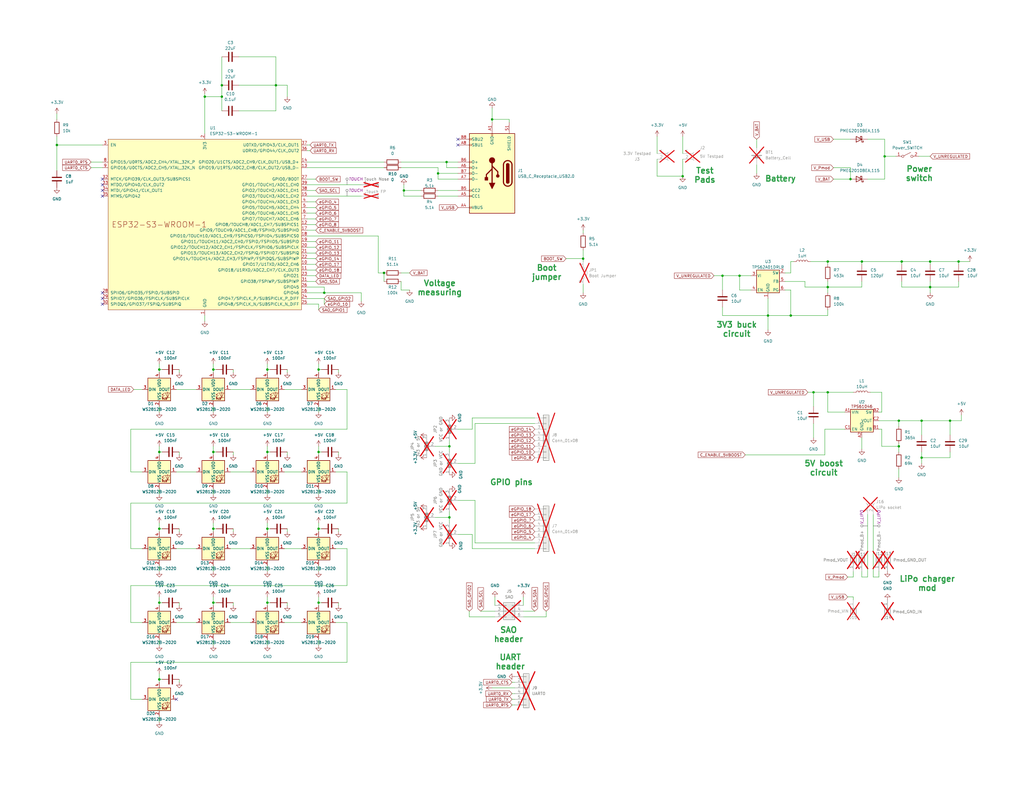
<source format=kicad_sch>
(kicad_sch (version 20231120) (generator "eeschema") (generator_version "8.0")
  (paper "User" 457.2 355.6)
  (junction (at 71.12 201.93))
  (junction (at 369.57 116.84))
  (junction (at 411.48 204.47))
  (junction (at 427.99 116.84))
  (junction (at 411.48 187.96))
  (junction (at 401.32 199.39))
  (junction (at 322.58 123.19))
  (junction (at 71.12 269.24))
  (junction (at 200.66 231.14))
  (junction (at 342.9 140.97))
  (junction (at 415.29 128.27))
  (junction (at 142.24 269.24))
  (junction (at 363.22 175.26))
  (junction (at 95.25 269.24))
  (junction (at 95.25 201.93))
  (junction (at 369.57 175.26))
  (junction (at 379.73 80.01))
  (junction (at 369.57 128.27))
  (junction (at 401.32 187.96))
  (junction (at 119.38 269.24))
  (junction (at 71.12 303.53))
  (junction (at 415.29 116.84))
  (junction (at 142.24 201.93))
  (junction (at 99.06 38.1))
  (junction (at 394.97 69.85))
  (junction (at 71.12 236.22))
  (junction (at 91.44 43.18))
  (junction (at 304.8 78.74))
  (junction (at 424.18 187.96))
  (junction (at 119.38 236.22))
  (junction (at 144.78 130.81))
  (junction (at 95.25 165.1))
  (junction (at 402.59 116.84))
  (junction (at 180.34 85.09))
  (junction (at 25.4 64.77))
  (junction (at 260.35 115.57))
  (junction (at 330.2 123.19))
  (junction (at 119.38 165.1))
  (junction (at 195.58 77.47))
  (junction (at 99.06 43.18))
  (junction (at 353.06 140.97))
  (junction (at 119.38 201.93))
  (junction (at 171.45 121.92))
  (junction (at 142.24 236.22))
  (junction (at 384.81 116.84))
  (junction (at 95.25 236.22))
  (junction (at 199.39 72.39))
  (junction (at 123.19 38.1))
  (junction (at 219.71 53.34))
  (junction (at 142.24 165.1))
  (junction (at 71.12 165.1))
  (junction (at 200.66 199.39))
  (no_connect (at 45.72 82.55))
  (no_connect (at 45.72 80.01))
  (no_connect (at 45.72 130.81))
  (no_connect (at 45.72 133.35))
  (no_connect (at 45.72 135.89))
  (no_connect (at 204.47 62.23))
  (no_connect (at 45.72 85.09))
  (no_connect (at 45.72 87.63))
  (no_connect (at 78.74 312.42))
  (no_connect (at 204.47 64.77))
  (wire (pts (xy 151.13 165.1) (xy 151.13 166.37)))
  (wire (pts (xy 127 245.11) (xy 134.62 245.11)))
  (wire (pts (xy 379.73 62.23) (xy 372.11 62.23)))
  (wire (pts (xy 95.25 236.22) (xy 96.52 236.22)))
  (wire (pts (xy 200.66 201.93) (xy 200.66 199.39)))
  (wire (pts (xy 415.29 128.27) (xy 402.59 128.27)))
  (wire (pts (xy 424.18 187.96) (xy 424.18 194.31)))
  (wire (pts (xy 394.97 80.01) (xy 387.35 80.01)))
  (wire (pts (xy 394.97 62.23) (xy 394.97 69.85)))
  (wire (pts (xy 58.42 278.13) (xy 63.5 278.13)))
  (wire (pts (xy 128.27 38.1) (xy 128.27 43.18)))
  (wire (pts (xy 219.71 48.26) (xy 219.71 53.34)))
  (wire (pts (xy 95.25 285.75) (xy 95.25 288.29)))
  (wire (pts (xy 369.57 116.84) (xy 384.81 116.84)))
  (wire (pts (xy 138.43 64.77) (xy 137.16 64.77)))
  (wire (pts (xy 415.29 128.27) (xy 427.99 128.27)))
  (wire (pts (xy 322.58 123.19) (xy 330.2 123.19)))
  (wire (pts (xy 137.16 130.81) (xy 144.78 130.81)))
  (wire (pts (xy 78.74 245.11) (xy 87.63 245.11)))
  (wire (pts (xy 210.82 245.11) (xy 238.76 245.11)))
  (wire (pts (xy 142.24 236.22) (xy 142.24 237.49)))
  (wire (pts (xy 260.35 127) (xy 260.35 130.81)))
  (wire (pts (xy 179.07 129.54) (xy 179.07 125.73)))
  (wire (pts (xy 212.09 189.23) (xy 212.09 207.01)))
  (wire (pts (xy 123.19 38.1) (xy 123.19 49.53)))
  (wire (pts (xy 195.58 74.93) (xy 195.58 77.47)))
  (wire (pts (xy 142.24 269.24) (xy 143.51 269.24)))
  (wire (pts (xy 95.25 269.24) (xy 96.52 269.24)))
  (wire (pts (xy 78.74 210.82) (xy 87.63 210.82)))
  (wire (pts (xy 95.25 199.39) (xy 95.25 201.93)))
  (wire (pts (xy 71.12 218.44) (xy 71.12 220.98)))
  (wire (pts (xy 58.42 295.91) (xy 58.42 312.42)))
  (wire (pts (xy 204.47 223.52) (xy 212.09 223.52)))
  (wire (pts (xy 140.97 123.19) (xy 137.16 123.19)))
  (wire (pts (xy 140.97 102.87) (xy 137.16 102.87)))
  (wire (pts (xy 104.14 236.22) (xy 104.14 237.49)))
  (wire (pts (xy 180.34 82.55) (xy 180.34 85.09)))
  (wire (pts (xy 392.43 257.81) (xy 392.43 255.27)))
  (wire (pts (xy 71.12 320.04) (xy 71.12 322.58)))
  (wire (pts (xy 394.97 69.85) (xy 400.05 69.85)))
  (wire (pts (xy 119.38 233.68) (xy 119.38 236.22)))
  (wire (pts (xy 140.97 110.49) (xy 137.16 110.49)))
  (wire (pts (xy 372.11 80.01) (xy 379.73 80.01)))
  (wire (pts (xy 243.84 275.59) (xy 233.68 275.59)))
  (wire (pts (xy 154.94 245.11) (xy 154.94 261.62)))
  (wire (pts (xy 293.37 60.96) (xy 293.37 68.58)))
  (wire (pts (xy 369.57 138.43) (xy 369.57 140.97)))
  (wire (pts (xy 58.42 261.62) (xy 58.42 278.13)))
  (wire (pts (xy 102.87 245.11) (xy 111.76 245.11)))
  (wire (pts (xy 171.45 121.92) (xy 171.45 125.73)))
  (wire (pts (xy 140.97 95.25) (xy 137.16 95.25)))
  (wire (pts (xy 119.38 266.7) (xy 119.38 269.24)))
  (wire (pts (xy 102.87 173.99) (xy 111.76 173.99)))
  (wire (pts (xy 142.24 252.73) (xy 142.24 255.27)))
  (wire (pts (xy 140.97 85.09) (xy 137.16 85.09)))
  (wire (pts (xy 219.71 307.34) (xy 229.87 307.34)))
  (wire (pts (xy 337.82 62.23) (xy 337.82 66.04)))
  (wire (pts (xy 381 257.81) (xy 378.46 257.81)))
  (wire (pts (xy 304.8 71.12) (xy 304.8 78.74)))
  (wire (pts (xy 342.9 133.35) (xy 342.9 140.97)))
  (wire (pts (xy 161.29 130.81) (xy 161.29 134.62)))
  (wire (pts (xy 91.44 43.18) (xy 91.44 59.69)))
  (wire (pts (xy 337.82 73.66) (xy 337.82 77.47)))
  (wire (pts (xy 128.27 201.93) (xy 128.27 203.2)))
  (wire (pts (xy 95.25 201.93) (xy 95.25 203.2)))
  (wire (pts (xy 140.97 113.03) (xy 137.16 113.03)))
  (wire (pts (xy 168.91 105.41) (xy 168.91 121.92)))
  (wire (pts (xy 142.24 201.93) (xy 143.51 201.93)))
  (wire (pts (xy 137.16 74.93) (xy 171.45 74.93)))
  (wire (pts (xy 119.38 269.24) (xy 120.65 269.24)))
  (wire (pts (xy 392.43 184.15) (xy 393.7 184.15)))
  (wire (pts (xy 102.87 210.82) (xy 111.76 210.82)))
  (wire (pts (xy 80.01 303.53) (xy 80.01 304.8)))
  (wire (pts (xy 119.38 218.44) (xy 119.38 220.98)))
  (wire (pts (xy 429.26 187.96) (xy 429.26 185.42)))
  (wire (pts (xy 369.57 175.26) (xy 381 175.26)))
  (wire (pts (xy 71.12 266.7) (xy 71.12 269.24)))
  (wire (pts (xy 151.13 201.93) (xy 151.13 203.2)))
  (wire (pts (xy 78.74 278.13) (xy 87.63 278.13)))
  (wire (pts (xy 104.14 201.93) (xy 104.14 203.2)))
  (wire (pts (xy 332.74 203.2) (xy 368.3 203.2)))
  (wire (pts (xy 233.68 266.7) (xy 233.68 270.51)))
  (wire (pts (xy 204.47 191.77) (xy 210.82 191.77)))
  (wire (pts (xy 25.4 50.8) (xy 25.4 53.34)))
  (wire (pts (xy 154.94 295.91) (xy 58.42 295.91)))
  (wire (pts (xy 238.76 189.23) (xy 212.09 189.23)))
  (wire (pts (xy 195.58 77.47) (xy 195.58 80.01)))
  (wire (pts (xy 194.31 231.14) (xy 200.66 231.14)))
  (wire (pts (xy 260.35 115.57) (xy 260.35 116.84)))
  (wire (pts (xy 381 255.27) (xy 381 257.81)))
  (wire (pts (xy 58.42 224.79) (xy 58.42 245.11)))
  (wire (pts (xy 119.38 252.73) (xy 119.38 255.27)))
  (wire (pts (xy 252.73 115.57) (xy 260.35 115.57)))
  (wire (pts (xy 384.81 116.84) (xy 402.59 116.84)))
  (wire (pts (xy 58.42 210.82) (xy 63.5 210.82)))
  (wire (pts (xy 140.97 97.79) (xy 137.16 97.79)))
  (wire (pts (xy 194.31 199.39) (xy 200.66 199.39)))
  (wire (pts (xy 140.97 100.33) (xy 137.16 100.33)))
  (wire (pts (xy 59.69 173.99) (xy 63.5 173.99)))
  (wire (pts (xy 71.12 233.68) (xy 71.12 236.22)))
  (wire (pts (xy 119.38 285.75) (xy 119.38 288.29)))
  (wire (pts (xy 140.97 90.17) (xy 137.16 90.17)))
  (wire (pts (xy 149.86 210.82) (xy 154.94 210.82)))
  (wire (pts (xy 210.82 238.76) (xy 210.82 245.11)))
  (wire (pts (xy 142.24 199.39) (xy 142.24 201.93)))
  (wire (pts (xy 350.52 129.54) (xy 353.06 129.54)))
  (wire (pts (xy 393.7 175.26) (xy 388.62 175.26)))
  (wire (pts (xy 369.57 184.15) (xy 377.19 184.15)))
  (wire (pts (xy 330.2 123.19) (xy 330.2 129.54)))
  (wire (pts (xy 119.38 165.1) (xy 120.65 165.1)))
  (wire (pts (xy 330.2 129.54) (xy 335.28 129.54)))
  (wire (pts (xy 243.84 273.05) (xy 243.84 275.59)))
  (wire (pts (xy 119.38 269.24) (xy 119.38 270.51)))
  (wire (pts (xy 372.11 74.93) (xy 379.73 74.93)))
  (wire (pts (xy 71.12 269.24) (xy 71.12 270.51)))
  (wire (pts (xy 350.52 121.92) (xy 353.06 121.92)))
  (wire (pts (xy 378.46 266.7) (xy 381 266.7)))
  (wire (pts (xy 142.24 233.68) (xy 142.24 236.22)))
  (wire (pts (xy 71.12 300.99) (xy 71.12 303.53)))
  (wire (pts (xy 214.63 273.05) (xy 220.98 273.05)))
  (wire (pts (xy 195.58 85.09) (xy 204.47 85.09)))
  (wire (pts (xy 293.37 71.12) (xy 293.37 78.74)))
  (wire (pts (xy 179.07 74.93) (xy 195.58 74.93)))
  (wire (pts (xy 91.44 140.97) (xy 91.44 143.51)))
  (wire (pts (xy 401.32 187.96) (xy 411.48 187.96)))
  (wire (pts (xy 25.4 60.96) (xy 25.4 64.77)))
  (wire (pts (xy 91.44 41.91) (xy 91.44 43.18)))
  (wire (pts (xy 411.48 204.47) (xy 411.48 207.01)))
  (wire (pts (xy 128.27 236.22) (xy 128.27 237.49)))
  (wire (pts (xy 154.94 173.99) (xy 154.94 191.77)))
  (wire (pts (xy 71.12 165.1) (xy 72.39 165.1)))
  (wire (pts (xy 415.29 128.27) (xy 415.29 130.81)))
  (wire (pts (xy 71.12 201.93) (xy 72.39 201.93)))
  (wire (pts (xy 119.38 162.56) (xy 119.38 165.1)))
  (wire (pts (xy 411.48 187.96) (xy 411.48 194.31)))
  (wire (pts (xy 427.99 128.27) (xy 427.99 125.73)))
  (wire (pts (xy 402.59 125.73) (xy 402.59 128.27)))
  (wire (pts (xy 123.19 38.1) (xy 128.27 38.1)))
  (wire (pts (xy 142.24 269.24) (xy 142.24 270.51)))
  (wire (pts (xy 142.24 165.1) (xy 142.24 166.37)))
  (wire (pts (xy 359.41 125.73) (xy 359.41 128.27)))
  (wire (pts (xy 182.88 121.92) (xy 179.07 121.92)))
  (wire (pts (xy 200.66 233.68) (xy 200.66 231.14)))
  (wire (pts (xy 228.6 312.42) (xy 229.87 312.42)))
  (wire (pts (xy 71.12 236.22) (xy 71.12 237.49)))
  (wire (pts (xy 415.29 116.84) (xy 415.29 118.11)))
  (wire (pts (xy 80.01 236.22) (xy 80.01 237.49)))
  (wire (pts (xy 142.24 181.61) (xy 142.24 184.15)))
  (wire (pts (xy 123.19 49.53) (xy 106.68 49.53)))
  (wire (pts (xy 350.52 125.73) (xy 359.41 125.73)))
  (wire (pts (xy 149.86 245.11) (xy 154.94 245.11)))
  (wire (pts (xy 71.12 181.61) (xy 71.12 184.15)))
  (wire (pts (xy 71.12 199.39) (xy 71.12 201.93)))
  (wire (pts (xy 411.48 187.96) (xy 424.18 187.96)))
  (wire (pts (xy 368.3 203.2) (xy 368.3 191.77)))
  (wire (pts (xy 154.94 278.13) (xy 154.94 295.91)))
  (wire (pts (xy 151.13 236.22) (xy 151.13 237.49)))
  (wire (pts (xy 401.32 187.96) (xy 401.32 190.5)))
  (wire (pts (xy 161.29 87.63) (xy 137.16 87.63)))
  (wire (pts (xy 219.71 53.34) (xy 219.71 54.61)))
  (wire (pts (xy 209.55 273.05) (xy 209.55 275.59)))
  (wire (pts (xy 140.97 92.71) (xy 137.16 92.71)))
  (wire (pts (xy 228.6 314.96) (xy 229.87 314.96)))
  (wire (pts (xy 369.57 128.27) (xy 384.81 128.27)))
  (wire (pts (xy 95.25 266.7) (xy 95.25 269.24)))
  (wire (pts (xy 369.57 128.27) (xy 369.57 130.81)))
  (wire (pts (xy 123.19 25.4) (xy 123.19 38.1)))
  (wire (pts (xy 91.44 43.18) (xy 99.06 43.18)))
  (wire (pts (xy 40.64 74.93) (xy 45.72 74.93)))
  (wire (pts (xy 138.43 67.31) (xy 137.16 67.31)))
  (wire (pts (xy 369.57 175.26) (xy 369.57 184.15)))
  (wire (pts (xy 220.98 266.7) (xy 220.98 270.51)))
  (wire (pts (xy 427.99 116.84) (xy 433.07 116.84)))
  (wire (pts (xy 119.38 236.22) (xy 120.65 236.22)))
  (wire (pts (xy 40.64 72.39) (xy 45.72 72.39)))
  (wire (pts (xy 210.82 186.69) (xy 238.76 186.69)))
  (wire (pts (xy 415.29 125.73) (xy 415.29 128.27)))
  (wire (pts (xy 95.25 201.93) (xy 96.52 201.93)))
  (wire (pts (xy 322.58 140.97) (xy 342.9 140.97)))
  (wire (pts (xy 78.74 173.99) (xy 87.63 173.99)))
  (wire (pts (xy 99.06 43.18) (xy 99.06 49.53)))
  (wire (pts (xy 387.35 229.87) (xy 387.35 257.81)))
  (wire (pts (xy 154.94 210.82) (xy 154.94 224.79)))
  (wire (pts (xy 200.66 199.39) (xy 200.66 196.85)))
  (wire (pts (xy 95.25 162.56) (xy 95.25 165.1)))
  (wire (pts (xy 322.58 137.16) (xy 322.58 140.97)))
  (wire (pts (xy 293.37 78.74) (xy 304.8 78.74)))
  (wire (pts (xy 128.27 269.24) (xy 128.27 270.51)))
  (wire (pts (xy 353.06 129.54) (xy 353.06 140.97)))
  (wire (pts (xy 104.14 269.24) (xy 104.14 270.51)))
  (wire (pts (xy 95.25 252.73) (xy 95.25 255.27)))
  (wire (pts (xy 393.7 199.39) (xy 393.7 191.77)))
  (wire (pts (xy 401.32 199.39) (xy 401.32 201.93)))
  (wire (pts (xy 168.91 121.92) (xy 171.45 121.92)))
  (wire (pts (xy 95.25 269.24) (xy 95.25 270.51)))
  (wire (pts (xy 427.99 116.84) (xy 427.99 118.11)))
  (wire (pts (xy 387.35 62.23) (xy 394.97 62.23)))
  (wire (pts (xy 381 266.7) (xy 381 267.97)))
  (wire (pts (xy 359.41 128.27) (xy 369.57 128.27)))
  (wire (pts (xy 137.16 80.01) (xy 140.97 80.01)))
  (wire (pts (xy 102.87 278.13) (xy 111.76 278.13)))
  (wire (pts (xy 71.12 201.93) (xy 71.12 203.2)))
  (wire (pts (xy 342.9 147.32) (xy 342.9 140.97)))
  (wire (pts (xy 212.09 207.01) (xy 204.47 207.01)))
  (wire (pts (xy 137.16 133.35) (xy 144.78 133.35)))
  (wire (pts (xy 142.24 201.93) (xy 142.24 203.2)))
  (wire (pts (xy 142.24 162.56) (xy 142.24 165.1)))
  (wire (pts (xy 142.24 138.43) (xy 142.24 135.89)))
  (wire (pts (xy 142.24 236.22) (xy 143.51 236.22)))
  (wire (pts (xy 140.97 118.11) (xy 137.16 118.11)))
  (wire (pts (xy 424.18 201.93) (xy 424.18 204.47)))
  (wire (pts (xy 119.38 165.1) (xy 119.38 166.37)))
  (wire (pts (xy 204.47 238.76) (xy 210.82 238.76)))
  (wire (pts (xy 233.68 273.05) (xy 238.76 273.05)))
  (wire (pts (xy 361.95 116.84) (xy 369.57 116.84)))
  (wire (pts (xy 137.16 105.41) (xy 168.91 105.41)))
  (wire (pts (xy 368.3 191.77) (xy 377.19 191.77)))
  (wire (pts (xy 424.18 187.96) (xy 429.26 187.96)))
  (wire (pts (xy 322.58 123.19) (xy 322.58 129.54)))
  (wire (pts (xy 401.32 199.39) (xy 401.32 198.12)))
  (wire (pts (xy 384.81 116.84) (xy 384.81 118.11)))
  (wire (pts (xy 179.07 72.39) (xy 199.39 72.39)))
  (wire (pts (xy 154.94 261.62) (xy 58.42 261.62)))
  (wire (pts (xy 227.33 53.34) (xy 227.33 54.61)))
  (wire (pts (xy 415.29 116.84) (xy 427.99 116.84)))
  (wire (pts (xy 394.97 69.85) (xy 394.97 80.01)))
  (wire (pts (xy 180.34 85.09) (xy 180.34 87.63)))
  (wire (pts (xy 384.81 125.73) (xy 384.81 128.27)))
  (wire (pts (xy 149.86 173.99) (xy 154.94 173.99)))
  (wire (pts (xy 392.43 187.96) (xy 401.32 187.96)))
  (wire (pts (xy 389.89 257.81) (xy 392.43 257.81)))
  (wire (pts (xy 318.77 123.19) (xy 322.58 123.19)))
  (wire (pts (xy 58.42 312.42) (xy 63.5 312.42)))
  (wire (pts (xy 71.12 303.53) (xy 72.39 303.53)))
  (wire (pts (xy 154.94 224.79) (xy 58.42 224.79)))
  (wire (pts (xy 219.71 53.34) (xy 227.33 53.34)))
  (wire (pts (xy 369.57 116.84) (xy 369.57 118.11)))
  (wire (pts (xy 119.38 181.61) (xy 119.38 184.15)))
  (wire (pts (xy 71.12 252.73) (xy 71.12 255.27)))
  (wire (pts (xy 401.32 209.55) (xy 401.32 213.36)))
  (wire (pts (xy 387.35 257.81) (xy 384.81 257.81)))
  (wire (pts (xy 384.81 257.81) (xy 384.81 255.27)))
  (wire (pts (xy 106.68 38.1) (xy 123.19 38.1)))
  (wire (pts (xy 99.06 43.18) (xy 99.06 38.1)))
  (wire (pts (xy 71.12 165.1) (xy 71.12 166.37)))
  (wire (pts (xy 127 210.82) (xy 134.62 210.82)))
  (wire (pts (xy 95.25 236.22) (xy 95.25 237.49)))
  (wire (pts (xy 71.12 236.22) (xy 72.39 236.22)))
  (wire (pts (xy 389.89 229.87) (xy 389.89 257.81)))
  (wire (pts (xy 402.59 116.84) (xy 402.59 118.11)))
  (wire (pts (xy 411.48 201.93) (xy 411.48 204.47)))
  (wire (pts (xy 119.38 236.22) (xy 119.38 237.49)))
  (wire (pts (xy 80.01 201.93) (xy 80.01 203.2)))
  (wire (pts (xy 363.22 175.26) (xy 363.22 181.61)))
  (wire (pts (xy 154.94 191.77) (xy 58.42 191.77)))
  (wire (pts (xy 127 278.13) (xy 134.62 278.13)))
  (wire (pts (xy 119.38 201.93) (xy 120.65 201.93)))
  (wire (pts (xy 106.68 25.4) (xy 123.19 25.4)))
  (wire (pts (xy 304.8 60.96) (xy 304.8 68.58)))
  (wire (pts (xy 95.25 218.44) (xy 95.25 220.98)))
  (wire (pts (xy 71.12 269.24) (xy 72.39 269.24)))
  (wire (pts (xy 379.73 74.93) (xy 379.73 80.01)))
  (wire (pts (xy 228.6 304.8) (xy 229.87 304.8)))
  (wire (pts (xy 410.21 69.85) (xy 415.29 69.85)))
  (wire (pts (xy 58.42 245.11) (xy 63.5 245.11)))
  (wire (pts (xy 204.47 80.01) (xy 195.58 80.01)))
  (wire (pts (xy 95.25 165.1) (xy 96.52 165.1)))
  (wire (pts (xy 25.4 64.77) (xy 25.4 76.2)))
  (wire (pts (xy 140.97 125.73) (xy 137.16 125.73)))
  (wire (pts (xy 210.82 191.77) (xy 210.82 186.69)))
  (wire (pts (xy 142.24 285.75) (xy 142.24 288.29)))
  (wire (pts (xy 363.22 175.26) (xy 369.57 175.26)))
  (wire (pts (xy 142.24 135.89) (xy 137.16 135.89)))
  (wire (pts (xy 353.06 116.84) (xy 354.33 116.84)))
  (wire (pts (xy 127 173.99) (xy 134.62 173.99)))
  (wire (pts (xy 200.66 231.14) (xy 200.66 228.6)))
  (wire (pts (xy 353.06 121.92) (xy 353.06 116.84)))
  (wire (pts (xy 119.38 199.39) (xy 119.38 201.93)))
  (wire (pts (xy 353.06 140.97) (xy 369.57 140.97)))
  (wire (pts (xy 363.22 189.23) (xy 363.22 195.58)))
  (wire (pts (xy 187.96 87.63) (xy 180.34 87.63)))
  (wire (pts (xy 137.16 72.39) (xy 171.45 72.39)))
  (wire (pts (xy 71.12 162.56) (xy 71.12 165.1)))
  (wire (pts (xy 260.35 102.87) (xy 260.35 104.14)))
  (wire (pts (xy 140.97 120.65) (xy 137.16 120.65)))
  (wire (pts (xy 204.47 72.39) (xy 199.39 72.39)))
  (wire (pts (xy 393.7 175.26) (xy 393.7 184.15)))
  (wire (pts (xy 212.09 242.57) (xy 238.76 242.57)))
  (wire (pts (xy 119.38 201.93) (xy 119.38 203.2)))
  (wire (pts (xy 195.58 87.63) (xy 204.47 87.63)))
  (wire (pts (xy 144.78 128.27) (xy 144.78 130.81)))
  (wire (pts (xy 128.27 165.1) (xy 128.27 166.37)))
  (wire (pts (xy 260.35 111.76) (xy 260.35 115.57)))
  (wire (pts (xy 71.12 303.53) (xy 71.12 304.8)))
  (wire (pts (xy 384.81 195.58) (xy 384.81 200.66)))
  (wire (pts (xy 95.25 233.68) (xy 95.25 236.22)))
  (wire (pts (xy 58.42 191.77) (xy 58.42 210.82)))
  (wire (pts (xy 369.57 125.73) (xy 369.57 128.27)))
  (wire (pts (xy 80.01 269.24) (xy 80.01 270.51)))
  (wire (pts (xy 104.14 165.1) (xy 104.14 166.37)))
  (wire (pts (xy 144.78 133.35) (xy 144.78 135.89)))
  (wire (pts (xy 182.88 129.54) (xy 179.07 129.54)))
  (wire (pts (xy 342.9 140.97) (xy 353.06 140.97)))
  (wire (pts (xy 71.12 285.75) (xy 71.12 288.29)))
  (wire (pts (xy 142.24 165.1) (xy 143.51 165.1)))
  (wire (pts (xy 180.34 85.09) (xy 187.96 85.09)))
  (wire (pts (xy 137.16 82.55) (xy 161.29 82.55)))
  (wire (pts (xy 142.24 266.7) (xy 142.24 269.24)))
  (wire (pts (xy 228.6 309.88) (xy 229.87 309.88)))
  (wire (pts (xy 95.25 181.61) (xy 95.25 184.15)))
  (wire (pts (xy 137.16 128.27) (xy 144.78 128.27)))
  (wire (pts (xy 99.06 25.4) (xy 99.06 38.1)))
  (wire (pts (xy 95.25 165.1) (xy 95.25 166.37)))
  (wire (pts (xy 199.39 72.39) (xy 199.39 74.93)))
  (wire (pts (xy 204.47 74.93) (xy 199.39 74.93)))
  (wire (pts (xy 161.29 130.81) (xy 144.78 130.81)))
  (wire (pts (xy 149.86 278.13) (xy 154.94 278.13)))
  (wire (pts (xy 209.55 275.59) (xy 220.98 275.59)))
  (wire (pts (xy 402.59 116.84) (xy 415.29 116.84)))
  (wire (pts (xy 204.47 77.47) (xy 195.58 77.47)))
  (wire (pts (xy 80.01 165.1) (xy 80.01 166.37)))
  (wire (pts (xy 137.16 115.57) (xy 140.97 115.57)))
  (wire (pts (xy 411.48 204.47) (xy 424.18 204.47)))
  (wire (pts (xy 140.97 107.95) (xy 137.16 107.95)))
  (wire (pts (xy 330.2 123.19) (xy 335.28 123.19)))
  (wire (pts (xy 393.7 191.77) (xy 392.43 191.77)))
  (wire (pts (xy 360.68 175.26) (xy 363.22 175.26)))
  (wire (pts (xy 142.24 218.44) (xy 142.24 220.98)))
  (wire (pts (xy 212.09 223.52) (xy 212.09 242.57)))
  (wire (pts (xy 151.13 269.24) (xy 151.13 270.51)))
  (wire (pts (xy 25.4 64.77) (xy 45.72 64.77)))
  (wire (pts (xy 393.7 199.39) (xy 401.32 199.39)))
  (text "GPIO pins" (at 228.346 215.646 0) (effects (font (size 2.54 2.54) (thickness 0.508) (bold yes))))
  (text "LiPo charger\nmod" (at 414.02 260.858 0) (effects (font (size 2.54 2.54) (thickness 0.508) (bold yes))))
  (text "Boot\njumper" (at 244.094 121.92 0) (effects (font (size 2.54 2.54) (thickness 0.508) (bold yes))))
  (text "3V3 buck\ncircuit" (at 328.93 147.32 0) (effects (font (size 2.54 2.54) (thickness 0.508) (bold yes))))
  (text "5V boost\ncircuit" (at 367.792 209.296 0) (effects (font (size 2.54 2.54) (thickness 0.508) (bold yes))))
  (text "Voltage\nmeasuring" (at 196.342 128.778 0) (effects (font (size 2.54 2.54) (thickness 0.508) (bold yes))))
  (text "UART\nheader" (at 227.838 295.91 0) (effects (font (size 2.54 2.54) (thickness 0.508) (bold yes))))
  (text "Battery" (at 348.488 80.01 0) (effects (font (size 2.54 2.54) (thickness 0.508) (bold yes))))
  (text "SAO\nheader" (at 227.076 283.718 0) (effects (font (size 2.54 2.54) (thickness 0.508) (bold yes))))
  (text "Power\nswitch" (at 410.464 77.724 0) (effects (font (size 2.54 2.54) (thickness 0.508) (bold yes))))
  (text "Test\nPads" (at 314.706 78.486 0) (effects (font (size 2.54 2.54) (thickness 0.508) (bold yes))))
  (global_label "SAO_SCL" (shape input) (at 140.97 85.09 0) (property "Intersheetrefs" "${INTERSHEET_REFS}" (effects (hide yes))))
  (global_label "eGPIO_5" (shape input) (at 140.97 92.71 0) (property "Intersheetrefs" "${INTERSHEET_REFS}" (effects (hide yes))))
  (global_label "UART0_TX" (shape input) (at 228.6 312.42 180) (property "Intersheetrefs" "${INTERSHEET_REFS}" (effects (hide yes))))
  (global_label "SAO_GPIO2" (shape input) (at 144.78 133.35 0) (property "Intersheetrefs" "${INTERSHEET_REFS}" (effects (hide yes))))
  (global_label "eGPIO_14" (shape input) (at 238.76 191.77 180) (property "Intersheetrefs" "${INTERSHEET_REFS}" (effects (hide yes))))
  (global_label "V_USB" (shape input) (at 204.47 92.71 180) (property "Intersheetrefs" "${INTERSHEET_REFS}" (effects (hide yes))))
  (global_label "eGPIO_17" (shape input) (at 140.97 118.11 0) (property "Intersheetrefs" "${INTERSHEET_REFS}" (effects (hide yes))))
  (global_label "eGPIO_13" (shape input) (at 238.76 194.31 180) (property "Intersheetrefs" "${INTERSHEET_REFS}" (effects (hide yes))))
  (global_label "eGPIO_10" (shape input) (at 144.78 135.89 0) (property "Intersheetrefs" "${INTERSHEET_REFS}" (effects (hide yes))))
  (global_label "UART0_RTS" (shape input) (at 228.6 314.96 180) (property "Intersheetrefs" "${INTERSHEET_REFS}" (effects (hide yes))))
  (global_label "SAO_SDA" (shape input) (at 140.97 125.73 0) (property "Intersheetrefs" "${INTERSHEET_REFS}" (effects (hide yes))))
  (global_label "V_UNREGULATED" (shape input) (at 318.77 123.19 180) (property "Intersheetrefs" "${INTERSHEET_REFS}" (effects (hide yes))))
  (global_label "eGPIO_4" (shape input) (at 140.97 90.17 0) (property "Intersheetrefs" "${INTERSHEET_REFS}" (effects (hide yes))))
  (global_label "V_Pmod" (shape input) (at 372.11 74.93 180) (property "Intersheetrefs" "${INTERSHEET_REFS}" (effects (hide yes))))
  (global_label "UART0_RTS" (shape input) (at 40.64 72.39 180) (property "Intersheetrefs" "${INTERSHEET_REFS}" (effects (hide yes))))
  (global_label "eGPIO_8" (shape input) (at 140.97 100.33 0) (property "Intersheetrefs" "${INTERSHEET_REFS}" (effects (hide yes))))
  (global_label "eGPIO_7" (shape input) (at 140.97 97.79 0) (property "Intersheetrefs" "${INTERSHEET_REFS}" (effects (hide yes))))
  (global_label "DATA_LED" (shape input) (at 59.69 173.99 180) (property "Intersheetrefs" "${INTERSHEET_REFS}" (effects (hide yes))))
  (global_label "eGPIO_11" (shape input) (at 238.76 199.39 180) (property "Intersheetrefs" "${INTERSHEET_REFS}" (effects (hide yes))))
  (global_label "UART0_RX" (shape input) (at 228.6 309.88 180) (property "Intersheetrefs" "${INTERSHEET_REFS}" (effects (hide yes))))
  (global_label "V_UNREGULATED" (shape input) (at 415.29 69.85 0) (property "Intersheetrefs" "${INTERSHEET_REFS}" (effects (hide yes))))
  (global_label "eGPIO_8" (shape input) (at 238.76 204.47 180) (property "Intersheetrefs" "${INTERSHEET_REFS}" (effects (hide yes))))
  (global_label "SAO_SCL" (shape input) (at 214.63 273.05 90) (property "Intersheetrefs" "${INTERSHEET_REFS}" (effects (hide yes))))
  (global_label "BOOT_SW" (shape input) (at 140.97 80.01 0) (property "Intersheetrefs" "${INTERSHEET_REFS}" (effects (hide yes))))
  (global_label "UART0_RX" (shape input) (at 138.43 67.31 0) (property "Intersheetrefs" "${INTERSHEET_REFS}" (effects (hide yes))))
  (global_label "eGPIO_4" (shape input) (at 238.76 240.03 180) (property "Intersheetrefs" "${INTERSHEET_REFS}" (effects (hide yes))))
  (global_label "SAO_GPIO1" (shape input) (at 243.84 273.05 90) (property "Intersheetrefs" "${INTERSHEET_REFS}" (effects (hide yes))))
  (global_label "eGPIO_6" (shape input) (at 140.97 95.25 0) (property "Intersheetrefs" "${INTERSHEET_REFS}" (effects (hide yes))))
  (global_label "V_BAT" (shape input) (at 337.82 62.23 90) (property "Intersheetrefs" "${INTERSHEET_REFS}" (effects (hide yes))))
  (global_label "V_BAT" (shape input) (at 372.11 80.01 180) (property "Intersheetrefs" "${INTERSHEET_REFS}" (effects (hide yes))))
  (global_label "C_ENABLE_5VBOOST" (shape input) (at 140.97 102.87 0) (property "Intersheetrefs" "${INTERSHEET_REFS}" (effects (hide yes))))
  (global_label "UART0_CTS" (shape input) (at 228.6 304.8 180) (property "Intersheetrefs" "${INTERSHEET_REFS}" (effects (hide yes))))
  (global_label "UART0_CTS" (shape input) (at 40.64 74.93 180) (property "Intersheetrefs" "${INTERSHEET_REFS}" (effects (hide yes))))
  (global_label "SAO_GPIO2" (shape input) (at 209.55 273.05 90) (property "Intersheetrefs" "${INTERSHEET_REFS}" (effects (hide yes))))
  (global_label "eGPIO_6" (shape input) (at 238.76 234.95 180) (property "Intersheetrefs" "${INTERSHEET_REFS}" (effects (hide yes))))
  (global_label "eGPIO_12" (shape input) (at 140.97 110.49 0) (property "Intersheetrefs" "${INTERSHEET_REFS}" (effects (hide yes))))
  (global_label "eGPIO_17" (shape input) (at 238.76 229.87 180) (property "Intersheetrefs" "${INTERSHEET_REFS}" (effects (hide yes))))
  (global_label "C_ENABLE_5VBOOST" (shape input) (at 332.74 203.2 180) (property "Intersheetrefs" "${INTERSHEET_REFS}" (effects (hide yes))))
  (global_label "V_BAT" (shape input) (at 182.88 121.92 0) (property "Intersheetrefs" "${INTERSHEET_REFS}" (effects (hide yes))))
  (global_label "eGPIO_5" (shape input) (at 238.76 237.49 180) (property "Intersheetrefs" "${INTERSHEET_REFS}" (effects (hide yes))))
  (global_label "UART0_TX" (shape input) (at 138.43 64.77 0) (property "Intersheetrefs" "${INTERSHEET_REFS}" (effects (hide yes))))
  (global_label "V_UNREGULATED" (shape input) (at 360.68 175.26 180) (property "Intersheetrefs" "${INTERSHEET_REFS}" (effects (hide yes))))
  (global_label "DATA_LED" (shape input) (at 140.97 123.19 0) (property "Intersheetrefs" "${INTERSHEET_REFS}" (effects (hide yes))))
  (global_label "eGPIO_12" (shape input) (at 238.76 196.85 180) (property "Intersheetrefs" "${INTERSHEET_REFS}" (effects (hide yes))))
  (global_label "eGPIO_10" (shape input) (at 238.76 201.93 180) (property "Intersheetrefs" "${INTERSHEET_REFS}" (effects (hide yes))))
  (global_label "eGPIO_18" (shape input) (at 238.76 227.33 180) (property "Intersheetrefs" "${INTERSHEET_REFS}" (effects (hide yes))))
  (global_label "SAO_SDA" (shape input) (at 238.76 273.05 90) (property "Intersheetrefs" "${INTERSHEET_REFS}" (effects (hide yes))))
  (global_label "V_USB" (shape input) (at 378.46 266.7 180) (property "Intersheetrefs" "${INTERSHEET_REFS}" (effects (hide yes))))
  (global_label "eGPIO_13" (shape input) (at 140.97 113.03 0) (property "Intersheetrefs" "${INTERSHEET_REFS}" (effects (hide yes))))
  (global_label "eGPIO_14" (shape input) (at 140.97 115.57 0) (property "Intersheetrefs" "${INTERSHEET_REFS}" (effects (hide yes))))
  (global_label "BOOT_SW" (shape input) (at 252.73 115.57 180) (property "Intersheetrefs" "${INTERSHEET_REFS}" (effects (hide yes))))
  (global_label "eGPIO_7" (shape input) (at 238.76 232.41 180) (property "Intersheetrefs" "${INTERSHEET_REFS}" (effects (hide yes))))
  (global_label "eGPIO_18" (shape input) (at 140.97 120.65 0) (property "Intersheetrefs" "${INTERSHEET_REFS}" (effects (hide yes))))
  (global_label "V_USB" (shape input) (at 372.11 62.23 180) (property "Intersheetrefs" "${INTERSHEET_REFS}" (effects (hide yes))))
  (global_label "eGPIO_11" (shape input) (at 140.97 107.95 0) (property "Intersheetrefs" "${INTERSHEET_REFS}" (effects (hide yes))))
  (global_label "SAO_GPIO1" (shape input) (at 142.24 138.43 0) (property "Intersheetrefs" "${INTERSHEET_REFS}" (effects (hide yes))))
  (global_label "V_Pmod" (shape input) (at 378.46 257.81 180) (property "Intersheetrefs" "${INTERSHEET_REFS}" (effects (hide yes))))
  (netclass_flag "" (length 2.54) (shape round) (at 387.35 234.95 90) (property "Netclass" "V_LIPO" (at 384.81 234.2515 90) (effects (font (italic yes)) (justify left))))
  (netclass_flag "" (length 2.54) (shape round) (at 154.94 87.63 0) (property "Netclass" "TOUCH" (at 155.6385 85.09 0) (effects (font (italic yes)) (justify left))))
  (netclass_flag "" (length 2.54) (shape round) (at 389.89 234.95 270) (property "Netclass" "V_LIPO" (at 392.43 234.2515 90) (effects (font (italic yes)) (justify left))))
  (netclass_flag "" (length 2.54) (shape round) (at 154.94 82.55 0) (property "Netclass" "TOUCH" (at 155.6385 80.01 0) (effects (font (italic yes)) (justify left))))
  (symbol (lib_id "Connector_Generic:Conn_01x01") (at 384.81 250.19 90) (unit 1) (dnp yes)
    (property "Reference" "J11" (at 383.032 247.65 90) (effects (justify right)))
    (property "Value" "Pmod_B+" (at 384.81 236.982 0) (effects (justify right)))
    (property "Footprint" "Connector_PinHeader_2.54mm:PinHeader_1x01_P2.54mm_Vertical" (effects (hide yes)))
    (property "Description" "Generic connector, single row, 01x01, script generated (kicad-library-utils/schlib/autogen/connector/)" (effects (hide yes)))
  )
  (symbol (lib_id "power:+5V") (at 119.38 266.7 0) (unit 1)
    (property "Reference" "#PWR058" (effects (hide yes)))
    (property "Value" "+5V" (at 119.38 261.62 0))
  )
  (symbol (lib_id "power:+5V") (at 71.12 300.99 0) (unit 1)
    (property "Reference" "#PWR064" (effects (hide yes)))
    (property "Value" "+5V" (at 71.12 295.91 0))
  )
  (symbol (lib_id "power:GND") (at 180.34 82.55 180) (unit 1)
    (property "Reference" "#PWR010" (effects (hide yes)))
    (property "Value" "GND" (at 180.34 78.74 0))
  )
  (symbol (lib_id "power:+5V") (at 304.8 60.96 0) (unit 1)
    (property "Reference" "#PWR014" (effects (hide yes)))
    (property "Value" "+5V" (at 304.8 55.88 0))
  )
  (symbol (lib_id "power:GND") (at 95.25 288.29 0) (unit 1)
    (property "Reference" "#PWR057" (effects (hide yes)))
    (property "Value" "GND" (at 95.25 293.37 0))
  )
  (symbol (lib_id "Connector_Generic:Conn_01x01") (at 396.24 273.05 270) (unit 1) (dnp yes)
    (property "Reference" "J14" (at 394.462 275.844 90) (effects (justify left)))
    (property "Value" "Pmod_GND_IN" (at 398.526 273.304 90) (effects (justify left)))
    (property "Footprint" "Connector_PinHeader_2.54mm:PinHeader_1x01_P2.54mm_Vertical" (effects (hide yes)))
    (property "Description" "Generic connector, single row, 01x01, script generated (kicad-library-utils/schlib/autogen/connector/)" (effects (hide yes)))
  )
  (symbol (lib_id "Device:R") (at 175.26 125.73 90) (unit 1)
    (property "Reference" "R12" (at 175.26 128.27 90))
    (property "Value" "100k" (at 175.26 130.81 90))
    (property "Footprint" "Resistor_SMD:R_0603_1608Metric" (effects (hide yes)))
    (property "LCSC" "C227434" (effects (hide yes)))
  )
  (symbol (lib_id "Device:L") (at 358.14 116.84 90) (unit 1)
    (property "Reference" "L2" (at 358.14 111.76 90))
    (property "Value" "1uH" (at 358.14 114.3 90))
    (property "Footprint" "Inductor_SMD:L_1008_2520Metric" (effects (hide yes)))
    (property "Datasheet" "https://wmsc.lcsc.com/wmsc/upload/file/pdf/v2/lcsc/1912111437_Murata-Electronics-DFE252012F-1R0M-P2_C435392.pdf" (effects (hide yes)))
    (property "LCSC" "C435392" (effects (hide yes)))
  )
  (symbol (lib_id "power:+5V") (at 95.25 162.56 0) (unit 1)
    (property "Reference" "#PWR07" (effects (hide yes)))
    (property "Value" "+5V" (at 95.25 157.48 0))
  )
  (symbol (lib_id "LED:WS2812B-2020") (at 95.25 278.13 0) (unit 1)
    (property "Reference" "D17" (at 91.44 284.48 0))
    (property "Value" "WS2812B-2020" (at 95.25 287.02 0))
    (property "Footprint" "LED_SMD:LED_WS2812B-2020_PLCC4_2.0x2.0mm" (effects (hide yes)))
    (property "Datasheet" "https://cdn-shop.adafruit.com/product-files/4684/4684_WS2812B-2020_V1.3_EN.pdf" (effects (hide yes)))
    (property "Description" "RGB LED with integrated controller, 2.0 x 2.0 mm, 12 mA" (effects (hide yes)))
    (property "LCSC" "C965555" (effects (hide yes)))
  )
  (symbol (lib_id "power:GND") (at 200.66 212.09 90) (unit 1)
    (property "Reference" "#PWR078" (effects (hide yes)))
    (property "Value" "GND" (at 205.74 212.09 0))
  )
  (symbol (lib_id "LED:WS2812B-2020") (at 119.38 278.13 0) (unit 1)
    (property "Reference" "D18" (at 115.57 284.48 0))
    (property "Value" "WS2812B-2020" (at 119.38 287.02 0))
    (property "Footprint" "LED_SMD:LED_WS2812B-2020_PLCC4_2.0x2.0mm" (effects (hide yes)))
    (property "Datasheet" "https://cdn-shop.adafruit.com/product-files/4684/4684_WS2812B-2020_V1.3_EN.pdf" (effects (hide yes)))
    (property "Description" "RGB LED with integrated controller, 2.0 x 2.0 mm, 12 mA" (effects (hide yes)))
    (property "LCSC" "C965555" (effects (hide yes)))
  )
  (symbol (lib_id "Device:C") (at 25.4 80.01 0) (unit 1)
    (property "Reference" "C8" (at 29.21 78.74 0) (effects (justify left)))
    (property "Value" "1uF" (at 29.21 81.28 0) (effects (justify left)))
    (property "Footprint" "Capacitor_SMD:C_0603_1608Metric" (effects (hide yes)))
    (property "LCSC" "C309479" (effects (hide yes)))
  )
  (symbol (lib_id "Connector_Generic:Conn_02x03_Odd_Even") (at 226.06 273.05 0) (unit 1) (dnp yes)
    (property "Reference" "J5" (at 227.33 264.16 0))
    (property "Value" "SAO" (at 227.33 266.7 0))
    (property "Footprint" "Connector_PinHeader_2.54mm:PinHeader_2x03_P2.54mm_Vertical" (effects (hide yes)))
  )
  (symbol (lib_id "power:GND") (at 104.14 203.2 0) (unit 1)
    (property "Reference" "#PWR032" (effects (hide yes)))
    (property "Value" "GND" (at 104.14 208.28 0))
  )
  (symbol (lib_id "power:GND") (at 151.13 166.37 0) (unit 1)
    (property "Reference" "#PWR026" (effects (hide yes)))
    (property "Value" "GND" (at 151.13 171.45 0))
  )
  (symbol (lib_id "Device:C") (at 427.99 121.92 0) (unit 1)
    (property "Reference" "C28" (at 431.8 120.6499 0) (effects (justify left)))
    (property "Value" "10uF" (at 431.8 123.1899 0) (effects (justify left)))
    (property "Footprint" "Capacitor_SMD:C_0603_1608Metric" (effects (hide yes)))
    (property "Description" "Unpolarized capacitor" (effects (hide yes)))
    (property "LCSC" "C182375" (effects (hide yes)))
  )
  (symbol (lib_id "power:GND") (at 142.24 184.15 0) (unit 1)
    (property "Reference" "#PWR027" (effects (hide yes)))
    (property "Value" "GND" (at 142.24 189.23 0))
  )
  (symbol (lib_id "Device:C") (at 100.33 269.24 270) (unit 1)
    (property "Reference" "C24" (at 100.33 261.62 90))
    (property "Value" "100nF" (at 100.33 264.16 90))
    (property "Footprint" "Capacitor_SMD:C_0603_1608Metric_Pad1.08x0.95mm_HandSolder" (effects (hide yes)))
    (property "LCSC" "C14663" (effects (hide yes)))
  )
  (symbol (lib_id "power:GND") (at 95.25 184.15 0) (unit 1)
    (property "Reference" "#PWR020" (effects (hide yes)))
    (property "Value" "GND" (at 95.25 189.23 0))
  )
  (symbol (lib_id "power:GND") (at 151.13 237.49 0) (unit 1)
    (property "Reference" "#PWR050" (effects (hide yes)))
    (property "Value" "GND" (at 151.13 242.57 0))
  )
  (symbol (lib_id "EF_Badge:TPS61046") (at 384.81 187.96 0) (unit 1)
    (property "Reference" "U2" (at 384.81 179.578 0))
    (property "Value" "~" (at 384.81 179.07 0))
    (property "Footprint" "Package_BGA:Texas_DSBGA-6_0.855x1.255mm_Layout2x3_P0.4mm_LevelC" (effects (hide yes)))
    (property "Datasheet" "https://www.ti.com/lit/ds/symlink/tps61046.pdf?ts=1709379825287&ref_url=https%253A%252F%252Fwww.ti.com%252Fproduct%252FTPS61046" (effects (hide yes)))
    (property "LCSC" "C181551" (effects (hide yes)))
  )
  (symbol (lib_id "Device:C") (at 124.46 165.1 270) (unit 1)
    (property "Reference" "C13" (at 124.46 157.48 90))
    (property "Value" "100nF" (at 124.46 160.02 90))
    (property "Footprint" "Capacitor_SMD:C_0603_1608Metric_Pad1.08x0.95mm_HandSolder" (effects (hide yes)))
    (property "LCSC" "C14663" (effects (hide yes)))
  )
  (symbol (lib_id "power:GND") (at 119.38 288.29 0) (unit 1)
    (property "Reference" "#PWR060" (effects (hide yes)))
    (property "Value" "GND" (at 119.38 293.37 0))
  )
  (symbol (lib_id "Jumper:SolderJumper_3_Open") (at 200.66 223.52 90) (unit 1) (dnp yes)
    (property "Reference" "JP6" (at 194.31 223.52 0))
    (property "Value" "VCC or GND" (at 196.85 223.52 0))
    (property "Footprint" "Jumper:SolderJumper-3_P1.3mm_Open_RoundedPad1.0x1.5mm" (effects (hide yes)))
    (property "Description" "Solder Jumper, 3-pole, open" (effects (hide yes)))
  )
  (symbol (lib_id "Connector_Generic:Conn_01x08") (at 243.84 234.95 0) (unit 1) (dnp yes)
    (property "Reference" "J7" (at 246.38 234.9499 0) (effects (justify left)))
    (property "Value" "Conn_01x08" (at 246.38 237.4899 0) (effects (justify left)))
    (property "Footprint" "Connector_PinHeader_2.54mm:PinHeader_1x08_P2.54mm_Horizontal" (effects (hide yes)))
    (property "Description" "Generic connector, single row, 01x08, script generated (kicad-library-utils/schlib/autogen/connector/)" (effects (hide yes)))
  )
  (symbol (lib_id "Connector_Generic:Conn_01x01") (at 392.43 250.19 90) (unit 1) (dnp yes)
    (property "Reference" "J12" (at 390.652 247.396 90) (effects (justify right)))
    (property "Value" "Pmod_B-" (at 392.43 236.982 0) (effects (justify right)))
    (property "Footprint" "Connector_PinHeader_2.54mm:PinHeader_1x01_P2.54mm_Vertical" (effects (hide yes)))
    (property "Description" "Generic connector, single row, 01x01, script generated (kicad-library-utils/schlib/autogen/connector/)" (effects (hide yes)))
  )
  (symbol (lib_id "LED:WS2812B-2020") (at 71.12 245.11 0) (unit 1)
    (property "Reference" "D12" (at 67.31 251.46 0))
    (property "Value" "WS2812B-2020" (at 71.12 254 0))
    (property "Footprint" "LED_SMD:LED_WS2812B-2020_PLCC4_2.0x2.0mm" (effects (hide yes)))
    (property "Datasheet" "https://cdn-shop.adafruit.com/product-files/4684/4684_WS2812B-2020_V1.3_EN.pdf" (effects (hide yes)))
    (property "Description" "RGB LED with integrated controller, 2.0 x 2.0 mm, 12 mA" (effects (hide yes)))
    (property "LCSC" "C965555" (effects (hide yes)))
  )
  (symbol (lib_id "Device:C") (at 76.2 303.53 270) (unit 1)
    (property "Reference" "C27" (at 76.2 295.91 90))
    (property "Value" "100nF" (at 76.2 298.45 90))
    (property "Footprint" "Capacitor_SMD:C_0603_1608Metric_Pad1.08x0.95mm_HandSolder" (effects (hide yes)))
    (property "LCSC" "C14663" (effects (hide yes)))
  )
  (symbol (lib_id "power:GND") (at 161.29 134.62 0) (unit 1)
    (property "Reference" "#PWR01" (effects (hide yes)))
    (property "Value" "GND" (at 161.29 139.7 0))
  )
  (symbol (lib_id "PCM_Espressif:ESP32-S3-WROOM-1") (at 91.44 100.33 0) (unit 1)
    (property "Reference" "U1" (at 93.6341 57.15 0) (effects (justify left)))
    (property "Value" "ESP32-S3-WROOM-1" (at 93.6341 59.69 0) (effects (justify left)))
    (property "Footprint" "PCM_Espressif:ESP32-S3-WROOM-1" (effects (hide yes)))
    (property "Datasheet" "https://www.espressif.com/sites/default/files/documentation/esp32-s3-wroom-1_wroom-1u_datasheet_en.pdf" (effects (hide yes)))
    (property "LCSC" "C2913201" (effects (hide yes)))
  )
  (symbol (lib_id "power:GND") (at 229.87 302.26 270) (unit 1)
    (property "Reference" "#PWR080" (effects (hide yes)))
    (property "Value" "GND" (at 226.06 302.2599 90) (effects (justify right)))
  )
  (symbol (lib_id "Device:C") (at 100.33 201.93 270) (unit 1)
    (property "Reference" "C16" (at 100.33 194.31 90))
    (property "Value" "100nF" (at 100.33 196.85 90))
    (property "Footprint" "Capacitor_SMD:C_0603_1608Metric_Pad1.08x0.95mm_HandSolder" (effects (hide yes)))
    (property "LCSC" "C14663" (effects (hide yes)))
  )
  (symbol (lib_id "Device:R") (at 369.57 134.62 0) (unit 1)
    (property "Reference" "R8" (at 372.11 133.3499 0) (effects (justify left)))
    (property "Value" "100k" (at 372.11 135.8899 0) (effects (justify left)))
    (property "Footprint" "Resistor_SMD:R_0603_1608Metric" (effects (hide yes)))
    (property "LCSC" "C227434" (effects (hide yes)))
  )
  (symbol (lib_id "Connector_Generic:Conn_01x01") (at 381 250.19 90) (unit 1) (dnp yes)
    (property "Reference" "J10" (at 379.73 247.65 90) (effects (justify right)))
    (property "Value" "Pmod_VOUT" (at 367.538 250.19 90) (effects (justify right)))
    (property "Footprint" "Connector_PinHeader_2.54mm:PinHeader_1x01_P2.54mm_Vertical" (effects (hide yes)))
    (property "Description" "Generic connector, single row, 01x01, script generated (kicad-library-utils/schlib/autogen/connector/)" (effects (hide yes)))
  )
  (symbol (lib_id "Device:R") (at 369.57 121.92 0) (unit 1)
    (property "Reference" "R7" (at 372.11 120.6499 0) (effects (justify left)))
    (property "Value" "453k" (at 372.11 123.1899 0) (effects (justify left)))
    (property "Footprint" "Resistor_SMD:R_0603_1608Metric" (effects (hide yes)))
    (property "LCSC" "C861412" (effects (hide yes)))
  )
  (symbol (lib_id "power:+5V") (at 71.12 266.7 0) (unit 1)
    (property "Reference" "#PWR052" (effects (hide yes)))
    (property "Value" "+5V" (at 71.12 261.62 0))
  )
  (symbol (lib_id "power:GND") (at 119.38 184.15 0) (unit 1)
    (property "Reference" "#PWR024" (effects (hide yes)))
    (property "Value" "GND" (at 119.38 189.23 0))
  )
  (symbol (lib_id "Connector_Generic:Conn_01x01") (at 381 273.05 270) (unit 1) (dnp yes)
    (property "Reference" "J15" (at 382.778 275.844 90) (effects (justify right)))
    (property "Value" "Pmod_VIN" (at 378.968 273.05 90) (effects (justify right)))
    (property "Footprint" "Connector_PinHeader_2.54mm:PinHeader_1x01_P2.54mm_Vertical" (effects (hide yes)))
    (property "Description" "Generic connector, single row, 01x01, script generated (kicad-library-utils/schlib/autogen/connector/)" (effects (hide yes)))
  )
  (symbol (lib_id "Jumper:SolderJumper_3_Open") (at 200.66 207.01 90) (unit 1) (dnp yes)
    (property "Reference" "JP3" (at 194.31 207.01 0))
    (property "Value" "GND or VCC" (at 196.85 207.01 0))
    (property "Footprint" "Jumper:SolderJumper-3_P1.3mm_Open_RoundedPad1.0x1.5mm" (effects (hide yes)))
    (property "Description" "Solder Jumper, 3-pole, open" (effects (hide yes)))
  )
  (symbol (lib_id "Device:C") (at 124.46 236.22 270) (unit 1)
    (property "Reference" "C21" (at 124.46 228.6 90))
    (property "Value" "100nF" (at 124.46 231.14 90))
    (property "Footprint" "Capacitor_SMD:C_0603_1608Metric_Pad1.08x0.95mm_HandSolder" (effects (hide yes)))
    (property "LCSC" "C14663" (effects (hide yes)))
  )
  (symbol (lib_id "Device:R") (at 401.32 205.74 0) (unit 1)
    (property "Reference" "R2" (at 403.86 204.4699 0) (effects (justify left)))
    (property "Value" "69k" (at 403.86 207.0099 0) (effects (justify left)))
    (property "Footprint" "Resistor_SMD:R_0805_2012Metric" (effects (hide yes)))
    (property "Description" "Resistor" (effects (hide yes)))
    (property "LCSC" "C2684588" (effects (hide yes)))
  )
  (symbol (lib_id "LED:WS2812B-2020") (at 119.38 173.99 0) (unit 1)
    (property "Reference" "D6" (at 115.57 180.34 0))
    (property "Value" "WS2812B-2020" (at 119.38 182.88 0))
    (property "Footprint" "LED_SMD:LED_WS2812B-2020_PLCC4_2.0x2.0mm" (effects (hide yes)))
    (property "Datasheet" "https://cdn-shop.adafruit.com/product-files/4684/4684_WS2812B-2020_V1.3_EN.pdf" (effects (hide yes)))
    (property "Description" "RGB LED with integrated controller, 2.0 x 2.0 mm, 12 mA" (effects (hide yes)))
    (property "LCSC" "C965555" (effects (hide yes)))
  )
  (symbol (lib_id "power:+5V") (at 71.12 199.39 0) (unit 1)
    (property "Reference" "#PWR028" (effects (hide yes)))
    (property "Value" "+5V" (at 71.12 194.31 0))
  )
  (symbol (lib_id "LED:WS2812B-2020") (at 71.12 210.82 0) (unit 1)
    (property "Reference" "D8" (at 67.31 217.17 0))
    (property "Value" "WS2812B-2020" (at 71.12 219.71 0))
    (property "Footprint" "LED_SMD:LED_WS2812B-2020_PLCC4_2.0x2.0mm" (effects (hide yes)))
    (property "Datasheet" "https://cdn-shop.adafruit.com/product-files/4684/4684_WS2812B-2020_V1.3_EN.pdf" (effects (hide yes)))
    (property "Description" "RGB LED with integrated controller, 2.0 x 2.0 mm, 12 mA" (effects (hide yes)))
    (property "LCSC" "C965555" (effects (hide yes)))
  )
  (symbol (lib_id "Connector:Conn_01x01_Pin") (at 166.37 87.63 0) (mirror y) (unit 1) (dnp yes)
    (property "Reference" "J4" (at 168.148 87.63 0))
    (property "Value" "Touch FP" (at 167.894 85.598 0))
    (property "Footprint" "EF_Badge_Library:Badge_Touch" (effects (hide yes)))
  )
  (symbol (lib_id "Jumper:SolderJumper_3_Open") (at 200.66 191.77 90) (unit 1) (dnp yes)
    (property "Reference" "JP2" (at 194.31 191.77 0))
    (property "Value" "VCC or GND" (at 196.85 191.77 0))
    (property "Footprint" "Jumper:SolderJumper-3_P1.3mm_Open_RoundedPad1.0x1.5mm" (effects (hide yes)))
    (property "Description" "Solder Jumper, 3-pole, open" (effects (hide yes)))
  )
  (symbol (lib_id "power:GND") (at 95.25 255.27 0) (unit 1)
    (property "Reference" "#PWR045" (effects (hide yes)))
    (property "Value" "GND" (at 95.25 260.35 0))
  )
  (symbol (lib_id "power:GND") (at 104.14 166.37 0) (unit 1)
    (property "Reference" "#PWR08" (effects (hide yes)))
    (property "Value" "GND" (at 104.14 171.45 0))
  )
  (symbol (lib_id "power:+3.3V") (at 219.71 307.34 90) (unit 1)
    (property "Reference" "#PWR079" (effects (hide yes)))
    (property "Value" "+3.3V" (at 214.63 307.34 0))
  )
  (symbol (lib_id "LED:WS2812B-2020") (at 142.24 245.11 0) (unit 1)
    (property "Reference" "D15" (at 138.43 251.46 0))
    (property "Value" "WS2812B-2020" (at 142.24 254 0))
    (property "Footprint" "LED_SMD:LED_WS2812B-2020_PLCC4_2.0x2.0mm" (effects (hide yes)))
    (property "Datasheet" "https://cdn-shop.adafruit.com/product-files/4684/4684_WS2812B-2020_V1.3_EN.pdf" (effects (hide yes)))
    (property "Description" "RGB LED with integrated controller, 2.0 x 2.0 mm, 12 mA" (effects (hide yes)))
    (property "LCSC" "C965555" (effects (hide yes)))
  )
  (symbol (lib_id "power:+5V") (at 95.25 199.39 0) (unit 1)
    (property "Reference" "#PWR031" (effects (hide yes)))
    (property "Value" "+5V" (at 95.25 194.31 0))
  )
  (symbol (lib_id "power:GND") (at 71.12 288.29 0) (unit 1)
    (property "Reference" "#PWR054" (effects (hide yes)))
    (property "Value" "GND" (at 71.12 293.37 0))
  )
  (symbol (lib_id "power:GND") (at 80.01 166.37 0) (unit 1)
    (property "Reference" "#PWR023" (effects (hide yes)))
    (property "Value" "GND" (at 80.01 171.45 0))
  )
  (symbol (lib_id "power:+5V") (at 119.38 233.68 0) (unit 1)
    (property "Reference" "#PWR046" (effects (hide yes)))
    (property "Value" "+5V" (at 119.38 228.6 0))
  )
  (symbol (lib_id "power:GND") (at 80.01 203.2 0) (unit 1)
    (property "Reference" "#PWR029" (effects (hide yes)))
    (property "Value" "GND" (at 80.01 208.28 0))
  )
  (symbol (lib_id "Jumper:SolderJumper_3_Open") (at 190.5 231.14 90) (unit 1) (dnp yes)
    (property "Reference" "JP5" (at 184.15 231.14 0))
    (property "Value" "3v3 or 5V" (at 186.69 231.14 0))
    (property "Footprint" "Jumper:SolderJumper-3_P1.3mm_Open_RoundedPad1.0x1.5mm" (effects (hide yes)))
    (property "Description" "Solder Jumper, 3-pole, open" (effects (hide yes)))
  )
  (symbol (lib_id "Device:L") (at 384.81 175.26 90) (unit 1)
    (property "Reference" "L1" (at 384.81 170.18 90))
    (property "Value" "10uH" (at 384.81 172.72 90))
    (property "Footprint" "Inductor_SMD:L_1008_2520Metric" (effects (hide yes)))
    (property "Datasheet" "https://www.mouser.com/datasheet/2/281/1/J_E_TE243A_0012-2256181.pdf" (effects (hide yes)))
    (property "Description" "Inductor" (effects (hide yes)))
    (property "LCSC" "C701155" (effects (hide yes)))
  )
  (symbol (lib_id "Connector:USB_C_Receptacle_USB2.0") (at 219.71 77.47 180) (unit 1)
    (property "Reference" "J1" (at 231.14 76.2 0) (effects (justify right)))
    (property "Value" "USB_C_Receptacle_USB2.0" (at 231.14 78.74 0) (effects (justify right)))
    (property "Footprint" "Connector_USB:USB_C_Receptacle_G-Switch_GT-USB-7010ASV" (effects (hide yes)))
    (property "Datasheet" "https://www.usb.org/sites/default/files/documents/usb_type-c.zip" (effects (hide yes)))
    (property "LCSC" "C165948" (effects (hide yes)))
  )
  (symbol (lib_id "power:GND") (at 151.13 270.51 0) (unit 1)
    (property "Reference" "#PWR062" (effects (hide yes)))
    (property "Value" "GND" (at 151.13 275.59 0))
  )
  (symbol (lib_id "Device:C") (at 76.2 269.24 270) (unit 1)
    (property "Reference" "C23" (at 76.2 261.62 90))
    (property "Value" "100nF" (at 76.2 264.16 90))
    (property "Footprint" "Capacitor_SMD:C_0603_1608Metric_Pad1.08x0.95mm_HandSolder" (effects (hide yes)))
    (property "LCSC" "C14663" (effects (hide yes)))
  )
  (symbol (lib_id "Connector_Generic:Conn_01x08") (at 243.84 194.31 0) (unit 1) (dnp yes)
    (property "Reference" "J8" (at 246.38 194.3099 0) (effects (justify left)))
    (property "Value" "Conn_01x08" (at 246.38 196.8499 0) (effects (justify left)))
    (property "Footprint" "Connector_PinHeader_2.54mm:PinHeader_1x08_P2.54mm_Horizontal" (effects (hide yes)))
    (property "Description" "Generic connector, single row, 01x08, script generated (kicad-library-utils/schlib/autogen/connector/)" (effects (hide yes)))
  )
  (symbol (lib_id "LED:WS2812B-2020") (at 95.25 245.11 0) (unit 1)
    (property "Reference" "D13" (at 91.44 251.46 0))
    (property "Value" "WS2812B-2020" (at 95.25 254 0))
    (property "Footprint" "LED_SMD:LED_WS2812B-2020_PLCC4_2.0x2.0mm" (effects (hide yes)))
    (property "Datasheet" "https://cdn-shop.adafruit.com/product-files/4684/4684_WS2812B-2020_V1.3_EN.pdf" (effects (hide yes)))
    (property "Description" "RGB LED with integrated controller, 2.0 x 2.0 mm, 12 mA" (effects (hide yes)))
    (property "LCSC" "C965555" (effects (hide yes)))
  )
  (symbol (lib_id "Connector:Conn_01x02_Socket") (at 298.45 68.58 0) (unit 1) (dnp yes)
    (property "Reference" "J3" (at 284.48 71.12 0))
    (property "Value" "3.3V Testpad" (at 284.48 68.58 0))
    (property "Footprint" "Connector_PinHeader_2.54mm:PinHeader_1x02_P2.54mm_Vertical" (effects (hide yes)))
  )
  (symbol (lib_id "Device:C") (at 102.87 25.4 90) (unit 1)
    (property "Reference" "C3" (at 102.87 19.05 90))
    (property "Value" "22uF" (at 102.87 21.59 90))
    (property "Footprint" "Capacitor_SMD:C_0603_1608Metric" (effects (hide yes)))
    (property "LCSC" "C15500" (effects (hide yes)))
  )
  (symbol (lib_id "LED:WS2812B-2020") (at 71.12 312.42 0) (unit 1)
    (property "Reference" "D20" (at 67.31 318.77 0))
    (property "Value" "WS2812B-2020" (at 71.12 321.31 0))
    (property "Footprint" "LED_SMD:LED_WS2812B-2020_PLCC4_2.0x2.0mm" (effects (hide yes)))
    (property "Datasheet" "https://cdn-shop.adafruit.com/product-files/4684/4684_WS2812B-2020_V1.3_EN.pdf" (effects (hide yes)))
    (property "Description" "RGB LED with integrated controller, 2.0 x 2.0 mm, 12 mA" (effects (hide yes)))
    (property "LCSC" "C965555" (effects (hide yes)))
  )
  (symbol (lib_id "power:GND") (at 104.14 270.51 0) (unit 1)
    (property "Reference" "#PWR056" (effects (hide yes)))
    (property "Value" "GND" (at 104.14 275.59 0))
  )
  (symbol (lib_id "power:+5V") (at 142.24 162.56 0) (unit 1)
    (property "Reference" "#PWR025" (effects (hide yes)))
    (property "Value" "+5V" (at 142.24 157.48 0))
  )
  (symbol (lib_id "Device:C") (at 415.29 121.92 0) (unit 1)
    (property "Reference" "C7" (at 419.1 120.6499 0) (effects (justify left)))
    (property "Value" "10uF" (at 419.1 123.1899 0) (effects (justify left)))
    (property "Footprint" "Capacitor_SMD:C_0603_1608Metric" (effects (hide yes)))
    (property "Description" "Unpolarized capacitor" (effects (hide yes)))
    (property "LCSC" "C182375" (effects (hide yes)))
  )
  (symbol (lib_id "power:GND") (at 219.71 48.26 180) (unit 1)
    (property "Reference" "#PWR09" (effects (hide yes)))
    (property "Value" "GND" (at 219.71 44.45 0))
  )
  (symbol (lib_id "power:GND") (at 342.9 147.32 0) (unit 1)
    (property "Reference" "#PWR012" (effects (hide yes)))
    (property "Value" "GND" (at 342.9 152.4 0))
  )
  (symbol (lib_id "power:GND") (at 71.12 220.98 0) (unit 1)
    (property "Reference" "#PWR030" (effects (hide yes)))
    (property "Value" "GND" (at 71.12 226.06 0))
  )
  (symbol (lib_id "Device:C") (at 411.48 198.12 0) (unit 1)
    (property "Reference" "C2" (at 415.29 196.8499 0) (effects (justify left)))
    (property "Value" "10uF" (at 415.29 199.3899 0) (effects (justify left)))
    (property "Footprint" "Capacitor_SMD:C_0603_1608Metric" (effects (hide yes)))
    (property "Description" "Unpolarized capacitor" (effects (hide yes)))
    (property "LCSC" "C182375" (effects (hide yes)))
  )
  (symbol (lib_id "Jumper:Jumper_2_Open") (at 260.35 121.92 270) (unit 1) (dnp yes)
    (property "Reference" "JP1" (at 262.89 120.6499 90) (effects (justify left)))
    (property "Value" "Boot Jumper" (at 262.89 123.1899 90) (effects (justify left)))
    (property "Footprint" "Connector_PinHeader_2.54mm:PinHeader_2x01_P2.54mm_Vertical" (effects (hide yes)))
    (property "Description" "Jumper, 2-pole, open" (effects (hide yes)))
  )
  (symbol (lib_id "Device:C") (at 124.46 269.24 270) (unit 1)
    (property "Reference" "C25" (at 124.46 261.62 90))
    (property "Value" "100nF" (at 124.46 264.16 90))
    (property "Footprint" "Capacitor_SMD:C_0603_1608Metric_Pad1.08x0.95mm_HandSolder" (effects (hide yes)))
    (property "LCSC" "C14663" (effects (hide yes)))
  )
  (symbol (lib_id "power:GND") (at 304.8 78.74 0) (unit 1)
    (property "Reference" "#PWR016" (effects (hide yes)))
    (property "Value" "GND" (at 304.8 83.82 0))
  )
  (symbol (lib_id "Device:D_Schottky") (at 383.54 80.01 180) (unit 1)
    (property "Reference" "D4" (at 383.8575 73.66 0))
    (property "Value" "PMEG2010BEA,115" (at 383.8575 76.2 0))
    (property "Footprint" "Diode_SMD:D_SOD-323" (effects (hide yes)))
    (property "Datasheet" "https://datasheet.lcsc.com/lcsc/2308091722_Nexperia-PMEG2010BEA-115_C455041.pdf" (effects (hide yes)))
    (property "LCSC" "C455041" (effects (hide yes)))
  )
  (symbol (lib_id "power:GND") (at 25.4 83.82 0) (unit 1)
    (property "Reference" "#PWR018" (effects (hide yes)))
    (property "Value" "GND" (at 25.4 88.9 0))
  )
  (symbol (lib_id "Connector:Conn_01x01_Pin") (at 166.37 82.55 0) (mirror y) (unit 1) (dnp yes)
    (property "Reference" "J6" (at 168.148 82.55 0))
    (property "Value" "Touch Nose" (at 168.148 80.01 0))
    (property "Footprint" "EF_Badge_Library:Badge_Touch" (effects (hide yes)))
  )
  (symbol (lib_id "Device:R") (at 191.77 87.63 90) (unit 1)
    (property "Reference" "R4" (at 191.77 90.17 90))
    (property "Value" "5.1k" (at 191.77 92.71 90))
    (property "Footprint" "Resistor_SMD:R_1210_3225Metric" (effects (hide yes)))
    (property "LCSC" "C830191" (effects (hide yes)))
  )
  (symbol (lib_id "Device:C") (at 402.59 121.92 0) (unit 1)
    (property "Reference" "C4" (at 406.4 120.6499 0) (effects (justify left)))
    (property "Value" "10uF" (at 406.4 123.1899 0) (effects (justify left)))
    (property "Footprint" "Capacitor_SMD:C_0603_1608Metric" (effects (hide yes)))
    (property "Description" "Unpolarized capacitor" (effects (hide yes)))
    (property "LCSC" "C182375" (effects (hide yes)))
  )
  (symbol (lib_id "Regulator_Switching:TPS62200DBV") (at 342.9 128.27 0) (unit 1)
    (property "Reference" "U3" (at 342.9 116.84 0))
    (property "Value" "TPS62A01DRLR" (at 342.9 119.38 0))
    (property "Footprint" "Package_TO_SOT_SMD:SOT-563" (effects (hide yes)))
    (property "Datasheet" "https://wmsc.lcsc.com/wmsc/upload/file/pdf/v2/lcsc/2309251157_Texas-Instruments-TPS62A01DRLR_C5157937.pdf" (effects (hide yes)))
    (property "LCSC" "C5157937" (effects (hide yes)))
  )
  (symbol (lib_id "power:GND") (at 200.66 186.69 90) (unit 1)
    (property "Reference" "#PWR077" (effects (hide yes)))
    (property "Value" "GND" (at 205.232 186.69 0))
  )
  (symbol (lib_id "power:GND") (at 260.35 130.81 0) (unit 1)
    (property "Reference" "#PWR074" (effects (hide yes)))
    (property "Value" "GND" (at 260.35 135.89 0))
  )
  (symbol (lib_id "Device:C") (at 124.46 201.93 270) (unit 1)
    (property "Reference" "C17" (at 124.46 194.31 90))
    (property "Value" "100nF" (at 124.46 196.85 90))
    (property "Footprint" "Capacitor_SMD:C_0603_1608Metric_Pad1.08x0.95mm_HandSolder" (effects (hide yes)))
    (property "LCSC" "C14663" (effects (hide yes)))
  )
  (symbol (lib_id "power:GND") (at 91.44 143.51 0) (unit 1)
    (property "Reference" "#PWR04" (effects (hide yes)))
    (property "Value" "GND" (at 91.44 148.59 0))
  )
  (symbol (lib_id "LED:WS2812B-2020") (at 95.25 173.99 0) (unit 1)
    (property "Reference" "D2" (at 91.44 180.34 0))
    (property "Value" "WS2812B-2020" (at 95.25 182.88 0))
    (property "Footprint" "LED_SMD:LED_WS2812B-2020_PLCC4_2.0x2.0mm" (effects (hide yes)))
    (property "Datasheet" "https://cdn-shop.adafruit.com/product-files/4684/4684_WS2812B-2020_V1.3_EN.pdf" (effects (hide yes)))
    (property "Description" "RGB LED with integrated controller, 2.0 x 2.0 mm, 12 mA" (effects (hide yes)))
    (property "LCSC" "C965555" (effects (hide yes)))
  )
  (symbol (lib_id "power:GND") (at 384.81 200.66 0) (unit 1)
    (property "Reference" "#PWR071" (effects (hide yes)))
    (property "Value" "GND" (at 384.81 205.74 0))
  )
  (symbol (lib_id "Device:C") (at 424.18 198.12 0) (unit 1)
    (property "Reference" "C29" (at 427.99 196.8499 0) (effects (justify left)))
    (property "Value" "10uF" (at 427.99 199.3899 0) (effects (justify left)))
    (property "Footprint" "Capacitor_SMD:C_0603_1608Metric" (effects (hide yes)))
    (property "Description" "Unpolarized capacitor" (effects (hide yes)))
    (property "LCSC" "C182375" (effects (hide yes)))
  )
  (symbol (lib_id "Device:C") (at 147.32 165.1 270) (unit 1)
    (property "Reference" "C14" (at 147.32 157.48 90))
    (property "Value" "100nF" (at 147.32 160.02 90))
    (property "Footprint" "Capacitor_SMD:C_0603_1608Metric_Pad1.08x0.95mm_HandSolder" (effects (hide yes)))
    (property "LCSC" "C14663" (effects (hide yes)))
  )
  (symbol (lib_id "power:+5V") (at 190.5 194.31 90) (unit 1)
    (property "Reference" "#PWR076" (effects (hide yes)))
    (property "Value" "+5V" (at 185.42 194.31 0))
  )
  (symbol (lib_id "power:+5V") (at 95.25 233.68 0) (unit 1)
    (property "Reference" "#PWR043" (effects (hide yes)))
    (property "Value" "+5V" (at 95.25 228.6 0))
  )
  (symbol (lib_id "Device:D_Schottky") (at 383.54 62.23 180) (unit 1)
    (property "Reference" "D3" (at 383.8575 55.88 0))
    (property "Value" "PMEG2010BEA,115" (at 383.8575 58.42 0))
    (property "Footprint" "Diode_SMD:D_SOD-323" (effects (hide yes)))
    (property "Datasheet" "https://datasheet.lcsc.com/lcsc/2308091722_Nexperia-PMEG2010BEA-115_C455041.pdf" (effects (hide yes)))
    (property "LCSC" "C455041" (effects (hide yes)))
  )
  (symbol (lib_id "power:+5V") (at 142.24 199.39 0) (unit 1)
    (property "Reference" "#PWR037" (effects (hide yes)))
    (property "Value" "+5V" (at 142.24 194.31 0))
  )
  (symbol (lib_id "power:GND") (at 142.24 288.29 0) (unit 1)
    (property "Reference" "#PWR063" (effects (hide yes)))
    (property "Value" "GND" (at 142.24 293.37 0))
  )
  (symbol (lib_id "power:GND") (at 119.38 220.98 0) (unit 1)
    (property "Reference" "#PWR036" (effects (hide yes)))
    (property "Value" "GND" (at 119.38 226.06 0))
  )
  (symbol (lib_id "LED:WS2812B-2020") (at 142.24 210.82 0) (unit 1)
    (property "Reference" "D11" (at 138.43 217.17 0))
    (property "Value" "WS2812B-2020" (at 142.24 219.71 0))
    (property "Footprint" "LED_SMD:LED_WS2812B-2020_PLCC4_2.0x2.0mm" (effects (hide yes)))
    (property "Datasheet" "https://cdn-shop.adafruit.com/product-files/4684/4684_WS2812B-2020_V1.3_EN.pdf" (effects (hide yes)))
    (property "Description" "RGB LED with integrated controller, 2.0 x 2.0 mm, 12 mA" (effects (hide yes)))
    (property "LCSC" "C965555" (effects (hide yes)))
  )
  (symbol (lib_id "Device:R") (at 25.4 57.15 0) (unit 1)
    (property "Reference" "R9" (at 27.94 55.88 0) (effects (justify left)))
    (property "Value" "10k" (at 27.94 58.42 0) (effects (justify left)))
    (property "Footprint" "Resistor_SMD:R_0603_1608Metric" (effects (hide yes)))
    (property "LCSC" "C209220" (effects (hide yes)))
  )
  (symbol (lib_id "power:GND") (at 128.27 237.49 0) (unit 1)
    (property "Reference" "#PWR047" (effects (hide yes)))
    (property "Value" "GND" (at 128.27 242.57 0))
  )
  (symbol (lib_id "power:GND") (at 151.13 203.2 0) (unit 1)
    (property "Reference" "#PWR038" (effects (hide yes)))
    (property "Value" "GND" (at 151.13 208.28 0))
  )
  (symbol (lib_id "Device:C") (at 147.32 201.93 270) (unit 1)
    (property "Reference" "C18" (at 147.32 194.31 90))
    (property "Value" "100nF" (at 147.32 196.85 90))
    (property "Footprint" "Capacitor_SMD:C_0603_1608Metric_Pad1.08x0.95mm_HandSolder" (effects (hide yes)))
    (property "LCSC" "C14663" (effects (hide yes)))
  )
  (symbol (lib_id "power:GND") (at 80.01 237.49 0) (unit 1)
    (property "Reference" "#PWR041" (effects (hide yes)))
    (property "Value" "GND" (at 80.01 242.57 0))
  )
  (symbol (lib_id "power:GND") (at 128.27 43.18 0) (unit 1)
    (property "Reference" "#PWR019" (effects (hide yes)))
    (property "Value" "GND" (at 128.27 48.26 0))
  )
  (symbol (lib_id "power:GND") (at 128.27 203.2 0) (unit 1)
    (property "Reference" "#PWR035" (effects (hide yes)))
    (property "Value" "GND" (at 128.27 208.28 0))
  )
  (symbol (lib_id "power:GND") (at 80.01 304.8 0) (unit 1)
    (property "Reference" "#PWR065" (effects (hide yes)))
    (property "Value" "GND" (at 80.01 309.88 0))
  )
  (symbol (lib_id "power:GND") (at 104.14 237.49 0) (unit 1)
    (property "Reference" "#PWR044" (effects (hide yes)))
    (property "Value" "GND" (at 104.14 242.57 0))
  )
  (symbol (lib_id "power:GND") (at 220.98 266.7 180) (unit 1)
    (property "Reference" "#PWR068" (effects (hide yes)))
    (property "Value" "GND" (at 220.98 261.62 0))
  )
  (symbol (lib_id "Jumper:SolderJumper_3_Open") (at 190.5 199.39 90) (unit 1) (dnp yes)
    (property "Reference" "JP4" (at 184.15 199.39 0))
    (property "Value" "3v3 or 5V" (at 186.69 199.39 0))
    (property "Footprint" "Jumper:SolderJumper-3_P1.3mm_Open_RoundedPad1.0x1.5mm" (effects (hide yes)))
    (property "Description" "Solder Jumper, 3-pole, open" (effects (hide yes)))
  )
  (symbol (lib_id "Jumper:SolderJumper_3_Open") (at 200.66 238.76 90) (unit 1) (dnp yes)
    (property "Reference" "JP7" (at 194.31 238.76 0))
    (property "Value" "GND or VCC" (at 196.85 238.76 0))
    (property "Footprint" "Jumper:SolderJumper-3_P1.3mm_Open_RoundedPad1.0x1.5mm" (effects (hide yes)))
    (property "Description" "Solder Jumper, 3-pole, open" (effects (hide yes)))
  )
  (symbol (lib_id "Switch:SW_SPST") (at 405.13 69.85 0) (unit 1)
    (property "Reference" "SW1" (at 405.13 63.5 0))
    (property "Value" "Power_SWITCH" (at 405.13 66.04 0))
    (property "Footprint" "Button_Switch_SMD:SW_SPDT_PCM12" (effects (hide yes)))
    (property "LCSC" "C128955" (effects (hide yes)))
  )
  (symbol (lib_id "power:+3.3V") (at 233.68 266.7 0) (unit 1)
    (property "Reference" "#PWR067" (effects (hide yes)))
    (property "Value" "+3.3V" (at 233.68 261.62 0))
  )
  (symbol (lib_id "LED:WS2812B-2020") (at 95.25 210.82 0) (unit 1)
    (property "Reference" "D9" (at 91.44 217.17 0))
    (property "Value" "WS2812B-2020" (at 95.25 219.71 0))
    (property "Footprint" "LED_SMD:LED_WS2812B-2020_PLCC4_2.0x2.0mm" (effects (hide yes)))
    (property "Datasheet" "https://cdn-shop.adafruit.com/product-files/4684/4684_WS2812B-2020_V1.3_EN.pdf" (effects (hide yes)))
    (property "Description" "RGB LED with integrated controller, 2.0 x 2.0 mm, 12 mA" (effects (hide yes)))
    (property "LCSC" "C965555" (effects (hide yes)))
  )
  (symbol (lib_id "power:GND") (at 142.24 255.27 0) (unit 1)
    (property "Reference" "#PWR051" (effects (hide yes)))
    (property "Value" "GND" (at 142.24 260.35 0))
  )
  (symbol (lib_id "Device:C") (at 100.33 165.1 270) (unit 1)
    (property "Reference" "C11" (at 100.33 157.48 90))
    (property "Value" "100nF" (at 100.33 160.02 90))
    (property "Footprint" "Capacitor_SMD:C_0603_1608Metric_Pad1.08x0.95mm_HandSolder" (effects (hide yes)))
    (property "LCSC" "C14663" (effects (hide yes)))
  )
  (symbol (lib_id "power:+3.3V") (at 25.4 50.8 0) (unit 1)
    (property "Reference" "#PWR017" (effects (hide yes)))
    (property "Value" "+3.3V" (at 25.4 45.72 0))
  )
  (symbol (lib_id "power:GND") (at 182.88 129.54 0) (unit 1)
    (property "Reference" "#PWR087" (effects (hide yes)))
    (property "Value" "GND" (at 182.88 134.62 0))
  )
  (symbol (lib_id "LED:WS2812B-2020") (at 142.24 278.13 0) (unit 1)
    (property "Reference" "D19" (at 138.43 284.48 0))
    (property "Value" "WS2812B-2020" (at 142.24 287.02 0))
    (property "Footprint" "LED_SMD:LED_WS2812B-2020_PLCC4_2.0x2.0mm" (effects (hide yes)))
    (property "Datasheet" "https://cdn-shop.adafruit.com/product-files/4684/4684_WS2812B-2020_V1.3_EN.pdf" (effects (hide yes)))
    (property "Description" "RGB LED with integrated controller, 2.0 x 2.0 mm, 12 mA" (effects (hide yes)))
    (property "LCSC" "C965555" (effects (hide yes)))
  )
  (symbol (lib_id "power:GND") (at 71.12 255.27 0) (unit 1)
    (property "Reference" "#PWR042" (effects (hide yes)))
    (property "Value" "GND" (at 71.12 260.35 0))
  )
  (symbol (lib_id "Device:R") (at 175.26 121.92 90) (unit 1)
    (property "Reference" "R11" (at 175.26 115.57 90))
    (property "Value" "51.1k" (at 175.26 118.11 90))
    (property "Footprint" "Resistor_SMD:R_0402_1005Metric" (effects (hide yes)))
    (property "LCSC" "C100466" (effects (hide yes)))
  )
  (symbol (lib_id "power:GND") (at 200.66 218.44 90) (unit 1)
    (property "Reference" "#PWR083" (effects (hide yes)))
    (property "Value" "GND" (at 205.232 218.44 0))
  )
  (symbol (lib_id "power:+5V") (at 71.12 162.56 0) (unit 1)
    (property "Reference" "#PWR06" (effects (hide yes)))
    (property "Value" "+5V" (at 71.12 157.48 0))
  )
  (symbol (lib_id "power:+5V") (at 190.5 226.06 90) (unit 1)
    (property "Reference" "#PWR081" (effects (hide yes)))
    (property "Value" "+5V" (at 185.42 226.06 0))
  )
  (symbol (lib_id "power:+5V") (at 429.26 185.42 0) (unit 1)
    (property "Reference" "#PWR073" (effects (hide yes)))
    (property "Value" "+5V" (at 429.26 180.34 0))
  )
  (symbol (lib_id "LED:WS2812B-2020") (at 119.38 245.11 0) (unit 1)
    (property "Reference" "D14" (at 115.57 251.46 0))
    (property "Value" "WS2812B-2020" (at 119.38 254 0))
    (property "Footprint" "LED_SMD:LED_WS2812B-2020_PLCC4_2.0x2.0mm" (effects (hide yes)))
    (property "Datasheet" "https://cdn-shop.adafruit.com/product-files/4684/4684_WS2812B-2020_V1.3_EN.pdf" (effects (hide yes)))
    (property "Description" "RGB LED with integrated controller, 2.0 x 2.0 mm, 12 mA" (effects (hide yes)))
    (property "LCSC" "C965555" (effects (hide yes)))
  )
  (symbol (lib_id "power:+3.3V") (at 190.5 236.22 90) (unit 1)
    (property "Reference" "#PWR082" (effects (hide yes)))
    (property "Value" "+3.3V" (at 185.42 236.22 0))
  )
  (symbol (lib_id "Device:C") (at 100.33 236.22 270) (unit 1)
    (property "Reference" "C20" (at 100.33 228.6 90))
    (property "Value" "100nF" (at 100.33 231.14 90))
    (property "Footprint" "Capacitor_SMD:C_0603_1608Metric_Pad1.08x0.95mm_HandSolder" (effects (hide yes)))
    (property "LCSC" "C14663" (effects (hide yes)))
  )
  (symbol (lib_id "Device:C") (at 102.87 49.53 90) (unit 1)
    (property "Reference" "C10" (at 102.87 41.91 90))
    (property "Value" "0.1uF" (at 102.87 44.45 90))
    (property "Footprint" "Capacitor_SMD:C_0603_1608Metric" (effects (hide yes)))
    (property "LCSC" "C2846678" (effects (hide yes)))
  )
  (symbol (lib_id "Connector_Generic:Conn_01x01") (at 396.24 250.19 90) (unit 1) (dnp yes)
    (property "Reference" "J13" (at 394.462 247.396 90) (effects (justify right)))
    (property "Value" "Pmod_GND_OUT" (at 398.78 250.19 90) (effects (justify right)))
    (property "Footprint" "Connector_PinHeader_2.54mm:PinHeader_1x01_P2.54mm_Vertical" (effects (hide yes)))
    (property "Description" "Generic connector, single row, 01x01, script generated (kicad-library-utils/schlib/autogen/connector/)" (effects (hide yes)))
  )
  (symbol (lib_id "power:GND") (at 200.66 243.84 90) (unit 1)
    (property "Reference" "#PWR084" (effects (hide yes)))
    (property "Value" "GND" (at 205.74 243.84 0))
  )
  (symbol (lib_id "power:+5V") (at 119.38 162.56 0) (unit 1)
    (property "Reference" "#PWR021" (effects (hide yes)))
    (property "Value" "+5V" (at 119.38 157.48 0))
  )
  (symbol (lib_id "power:GND") (at 396.24 255.27 0) (unit 1)
    (property "Reference" "#PWR086" (effects (hide yes)))
    (property "Value" "GND" (at 396.24 260.35 0))
  )
  (symbol (lib_id "Device:C") (at 76.2 236.22 270) (unit 1)
    (property "Reference" "C19" (at 76.2 228.6 90))
    (property "Value" "100nF" (at 76.2 231.14 90))
    (property "Footprint" "Capacitor_SMD:C_0603_1608Metric_Pad1.08x0.95mm_HandSolder" (effects (hide yes)))
    (property "LCSC" "C14663" (effects (hide yes)))
  )
  (symbol (lib_id "Device:C") (at 322.58 133.35 0) (unit 1)
    (property "Reference" "C6" (at 326.39 132.0799 0) (effects (justify left)))
    (property "Value" "10uF" (at 326.39 134.6199 0) (effects (justify left)))
    (property "Footprint" "Capacitor_SMD:C_0603_1608Metric" (effects (hide yes)))
    (property "Description" "Unpolarized capacitor" (effects (hide yes)))
    (property "LCSC" "C182375" (effects (hide yes)))
  )
  (symbol (lib_id "Device:C") (at 76.2 165.1 270) (unit 1)
    (property "Reference" "C12" (at 76.2 157.48 90))
    (property "Value" "100nF" (at 76.2 160.02 90))
    (property "Footprint" "Capacitor_SMD:C_0603_1608Metric_Pad1.08x0.95mm_HandSolder" (effects (hide yes)))
    (property "LCSC" "C14663" (effects (hide yes)))
  )
  (symbol (lib_id "power:GND") (at 142.24 220.98 0) (unit 1)
    (property "Reference" "#PWR039" (effects (hide yes)))
    (property "Value" "GND" (at 142.24 226.06 0))
  )
  (symbol (lib_id "power:GND") (at 119.38 255.27 0) (unit 1)
    (property "Reference" "#PWR048" (effects (hide yes)))
    (property "Value" "GND" (at 119.38 260.35 0))
  )
  (symbol (lib_id "power:+3.3V") (at 91.44 41.91 0) (unit 1)
    (property "Reference" "#PWR03" (effects (hide yes)))
    (property "Value" "+3.3V" (at 91.44 36.83 0))
  )
  (symbol (lib_id "power:GND") (at 363.22 195.58 0) (unit 1)
    (property "Reference" "#PWR072" (effects (hide yes)))
    (property "Value" "GND" (at 363.22 200.66 0))
  )
  (symbol (lib_id "Device:Battery_Cell") (at 337.82 71.12 0) (unit 1) (dnp yes)
    (property "Reference" "BT1" (at 341.63 68.0085 0) (effects (justify left)))
    (property "Value" "Battery_Cell" (at 341.63 70.5485 0) (effects (justify left)))
    (property "Footprint" "Battery:BatteryHolder_TruPower_BH-331P_3xAA" (effects (hide yes)))
    (property "Digikey" "36-2464-ND" (effects (hide yes)))
  )
  (symbol (lib_id "LED:WS2812B-2020") (at 142.24 173.99 0) (unit 1)
    (property "Reference" "D7" (at 138.43 180.34 0))
    (property "Value" "WS2812B-2020" (at 142.24 182.88 0))
    (property "Footprint" "LED_SMD:LED_WS2812B-2020_PLCC4_2.0x2.0mm" (effects (hide yes)))
    (property "Datasheet" "https://cdn-shop.adafruit.com/product-files/4684/4684_WS2812B-2020_V1.3_EN.pdf" (effects (hide yes)))
    (property "Description" "RGB LED with integrated controller, 2.0 x 2.0 mm, 12 mA" (effects (hide yes)))
    (property "LCSC" "C965555" (effects (hide yes)))
  )
  (symbol (lib_id "power:+5V") (at 71.12 233.68 0) (unit 1)
    (property "Reference" "#PWR040" (effects (hide yes)))
    (property "Value" "+5V" (at 71.12 228.6 0))
  )
  (symbol (lib_id "power:GND") (at 128.27 270.51 0) (unit 1)
    (property "Reference" "#PWR059" (effects (hide yes)))
    (property "Value" "GND" (at 128.27 275.59 0))
  )
  (symbol (lib_id "power:GND") (at 411.48 207.01 0) (unit 1)
    (property "Reference" "#PWR070" (effects (hide yes)))
    (property "Value" "GND" (at 411.48 212.09 0))
  )
  (symbol (lib_id "power:+5V") (at 95.25 266.7 0) (unit 1)
    (property "Reference" "#PWR055" (effects (hide yes)))
    (property "Value" "+5V" (at 95.25 261.62 0))
  )
  (symbol (lib_id "Device:R") (at 401.32 194.31 0) (unit 1)
    (property "Reference" "R1" (at 403.86 193.0399 0) (effects (justify left)))
    (property "Value" "365k" (at 403.86 195.5799 0) (effects (justify left)))
    (property "Footprint" "Resistor_SMD:R_0402_1005Metric" (effects (hide yes)))
    (property "Description" "Resistor" (effects (hide yes)))
    (property "LCSC" "C3016042" (effects (hide yes)))
  )
  (symbol (lib_id "power:GND") (at 95.25 220.98 0) (unit 1)
    (property "Reference" "#PWR033" (effects (hide yes)))
    (property "Value" "GND" (at 95.25 226.06 0))
  )
  (symbol (lib_id "power:GND") (at 337.82 77.47 0) (unit 1)
    (property "Reference" "#PWR02" (effects (hide yes)))
    (property "Value" "GND" (at 337.82 82.55 0))
  )
  (symbol (lib_id "power:GND") (at 71.12 184.15 0) (unit 1)
    (property "Reference" "#PWR05" (effects (hide yes)))
    (property "Value" "GND" (at 71.12 189.23 0))
  )
  (symbol (lib_id "power:GND") (at 80.01 270.51 0) (unit 1)
    (property "Reference" "#PWR053" (effects (hide yes)))
    (property "Value" "GND" (at 80.01 275.59 0))
  )
  (symbol (lib_id "Device:C") (at 102.87 38.1 90) (unit 1)
    (property "Reference" "C9" (at 102.87 31.75 90))
    (property "Value" "22uF" (at 102.87 34.29 90))
    (property "Footprint" "Capacitor_SMD:C_0603_1608Metric" (effects (hide yes)))
    (property "LCSC" "C15500" (effects (hide yes)))
  )
  (symbol (lib_id "LED:WS2812B-2020") (at 119.38 210.82 0) (unit 1)
    (property "Reference" "D10" (at 115.57 217.17 0))
    (property "Value" "WS2812B-2020" (at 119.38 219.71 0))
    (property "Footprint" "LED_SMD:LED_WS2812B-2020_PLCC4_2.0x2.0mm" (effects (hide yes)))
    (property "Datasheet" "https://cdn-shop.adafruit.com/product-files/4684/4684_WS2812B-2020_V1.3_EN.pdf" (effects (hide yes)))
    (property "Description" "RGB LED with integrated controller, 2.0 x 2.0 mm, 12 mA" (effects (hide yes)))
    (property "LCSC" "C965555" (effects (hide yes)))
  )
  (symbol (lib_id "power:+3.3V") (at 190.5 204.47 90) (unit 1)
    (property "Reference" "#PWR075" (effects (hide yes)))
    (property "Value" "+3.3V" (at 185.42 204.47 0))
  )
  (symbol (lib_id "power:+5V") (at 142.24 233.68 0) (unit 1)
    (property "Reference" "#PWR049" (effects (hide yes)))
    (property "Value" "+5V" (at 142.24 228.6 0))
  )
  (symbol (lib_id "Device:C") (at 384.81 121.92 0) (unit 1)
    (property "Reference" "C5" (at 388.62 120.6499 0) (effects (justify left)))
    (property "Value" "120pF" (at 388.62 123.1899 0) (effects (justify left)))
    (property "Footprint" "Capacitor_SMD:C_0603_1608Metric" (effects (hide yes)))
    (property "LCSC" "C61636" (effects (hide yes)))
  )
  (symbol (lib_id "Device:R") (at 260.35 107.95 0) (unit 1)
    (property "Reference" "R5" (at 262.89 106.6799 0) (effects (justify left)))
    (property "Value" "5.1k" (at 262.89 109.2199 0) (effects (justify left)))
    (property "Footprint" "Resistor_SMD:R_1210_3225Metric" (effects (hide yes)))
    (property "Description" "Resistor" (effects (hide yes)))
    (property "LCSC" "C830191" (effects (hide yes)))
  )
  (symbol (lib_id "LED:WS2812B-2020") (at 71.12 173.99 0) (unit 1)
    (property "Reference" "D1" (at 67.31 180.34 0))
    (property "Value" "WS2812B-2020" (at 71.12 182.88 0))
    (property "Footprint" "LED_SMD:LED_WS2812B-2020_PLCC4_2.0x2.0mm" (effects (hide yes)))
    (property "Datasheet" "https://cdn-shop.adafruit.com/product-files/4684/4684_WS2812B-2020_V1.3_EN.pdf" (effects (hide yes)))
    (property "Description" "RGB LED with integrated controller, 2.0 x 2.0 mm, 12 mA" (effects (hide yes)))
    (property "LCSC" "C965555" (effects (hide yes)))
  )
  (symbol (lib_id "power:+3.3V") (at 260.35 102.87 0) (unit 1)
    (property "Reference" "#PWR011" (effects (hide yes)))
    (property "Value" "+3.3V" (at 260.35 97.79 0))
  )
  (symbol (lib_id "power:+5V") (at 142.24 266.7 0) (unit 1)
    (property "Reference" "#PWR061" (effects (hide yes)))
    (property "Value" "+5V" (at 142.24 261.62 0))
  )
  (symbol (lib_id "Connector:Conn_01x02_Socket") (at 387.35 224.79 90) (unit 1) (dnp yes)
    (property "Reference" "J16" (at 391.16 224.1549 90) (effects (justify right)))
    (property "Value" "LiPo socket" (at 391.16 226.6949 90) (effects (justify right)))
    (property "Footprint" "Connector_JST:JST_PH_S2B-PH-K_1x02_P2.00mm_Horizontal" (effects (hide yes)))
    (property "Description" "Generic connector, single row, 01x02, script generated" (effects (hide yes)))
  )
  (symbol (lib_id "Device:R") (at 175.26 72.39 90) (unit 1)
    (property "Reference" "R6" (at 175.26 66.04 90))
    (property "Value" "0" (at 175.26 68.58 90))
    (property "Footprint" "Resistor_SMD:R_0805_2012Metric" (effects (hide yes)))
    (property "Description" "Resistor" (effects (hide yes)))
    (property "LCSC" "C844811" (effects (hide yes)))
  )
  (symbol (lib_id "power:+3.3V") (at 293.37 60.96 0) (unit 1)
    (property "Reference" "#PWR015" (effects (hide yes)))
    (property "Value" "+3.3V" (at 293.37 55.88 0))
  )
  (symbol (lib_id "Device:C") (at 147.32 236.22 270) (unit 1)
    (property "Reference" "C22" (at 147.32 228.6 90))
    (property "Value" "100nF" (at 147.32 231.14 90))
    (property "Footprint" "Capacitor_SMD:C_0603_1608Metric_Pad1.08x0.95mm_HandSolder" (effects (hide yes)))
    (property "LCSC" "C14663" (effects (hide yes)))
  )
  (symbol (lib_id "power:GND") (at 396.24 267.97 180) (unit 1)
    (property "Reference" "#PWR085" (effects (hide yes)))
    (property "Value" "GND" (at 396.24 262.89 0))
  )
  (symbol (lib_id "Device:C") (at 147.32 269.24 270) (unit 1)
    (property "Reference" "C26" (at 147.32 261.62 90))
    (property "Value" "100nF" (at 147.32 264.16 90))
    (property "Footprint" "Capacitor_SMD:C_0603_1608Metric_Pad1.08x0.95mm_HandSolder" (effects (hide yes)))
    (property "LCSC" "C14663" (effects (hide yes)))
  )
  (symbol (lib_id "power:+5V") (at 119.38 199.39 0) (unit 1)
    (property "Reference" "#PWR034" (effects (hide yes)))
    (property "Value" "+5V" (at 119.38 194.31 0))
  )
  (symbol (lib_id "LED:WS2812B-2020") (at 71.12 278.13 0) (unit 1)
    (property "Reference" "D16" (at 67.31 284.48 0))
    (property "Value" "WS2812B-2020" (at 71.12 287.02 0))
    (property "Footprint" "LED_SMD:LED_WS2812B-2020_PLCC4_2.0x2.0mm" (effects (hide yes)))
    (property "Datasheet" "https://cdn-shop.adafruit.com/product-files/4684/4684_WS2812B-2020_V1.3_EN.pdf" (effects (hide yes)))
    (property "Description" "RGB LED with integrated controller, 2.0 x 2.0 mm, 12 mA" (effects (hide yes)))
    (property "LCSC" "C965555" (effects (hide yes)))
  )
  (symbol (lib_id "Device:C") (at 363.22 185.42 0) (unit 1)
    (property "Reference" "C1" (at 355.854 184.404 0) (effects (justify left)))
    (property "Value" "10uF" (at 355.854 186.944 0) (effects (justify left)))
    (property "Footprint" "Capacitor_SMD:C_0603_1608Metric" (effects (hide yes)))
    (property "Description" "Unpolarized capacitor" (effects (hide yes)))
    (property "LCSC" "C182375" (effects (hide yes)))
  )
  (symbol (lib_id "Device:R") (at 191.77 85.09 90) (unit 1)
    (property "Reference" "R3" (at 191.77 80.518 90))
    (property "Value" "5.1k" (at 191.77 83.058 90))
    (property "Footprint" "Resistor_SMD:R_1210_3225Metric" (effects (hide yes)))
    (property "LCSC" "C830191" (effects (hide yes)))
  )
  (symbol (lib_id "power:GND") (at 128.27 166.37 0) (unit 1)
    (property "Reference" "#PWR022" (effects (hide yes)))
    (property "Value" "GND" (at 128.27 171.45 0))
  )
  (symbol (lib_id "power:+3.3V") (at 433.07 116.84 0) (unit 1)
    (property "Reference" "#PWR013" (effects (hide yes)))
    (property "Value" "+3.3V" (at 433.07 111.76 0))
  )
  (symbol (lib_id "Device:R") (at 175.26 74.93 90) (unit 1)
    (property "Reference" "R10" (at 175.26 77.724 90))
    (property "Value" "0" (at 175.26 80.264 90))
    (property "Footprint" "Resistor_SMD:R_0805_2012Metric" (effects (hide yes)))
    (property "Description" "Resistor" (effects (hide yes)))
    (property "LCSC" "C844811" (effects (hide yes)))
  )
  (symbol (lib_id "power:GND") (at 415.29 130.81 0) (unit 1)
    (property "Reference" "#PWR089" (effects (hide yes)))
    (property "Value" "GND" (at 415.29 135.89 0))
  )
  (symbol (lib_id "power:GND") (at 401.32 213.36 0) (unit 1)
    (property "Reference" "#PWR069" (effects (hide yes)))
    (property "Value" "GND" (at 401.32 218.44 0))
  )
  (symbol (lib_id "Connector:Conn_01x02_Socket") (at 309.88 68.58 0) (unit 1) (dnp yes)
    (property "Reference" "J2" (at 312.42 66.04 0) (effects (justify left)))
    (property "Value" "5V Testpad" (at 312.42 69.85 0) (effects (justify left)))
    (property "Footprint" "Connector_PinHeader_2.54mm:PinHeader_1x02_P2.54mm_Vertical" (effects (hide yes)))
  )
  (symbol (lib_id "Connector_Generic:Conn_01x06") (at 234.95 307.34 0) (unit 1) (dnp yes)
    (property "Reference" "J9" (at 237.49 307.3399 0) (effects (justify left)))
    (property "Value" "UART0" (at 237.49 309.8799 0) (effects (justify left)))
    (property "Footprint" "Connector_PinHeader_2.54mm:PinHeader_1x06_P2.54mm_Vertical" (effects (hide yes)))
    (property "Description" "Generic connector, single row, 01x06, script generated (kicad-library-utils/schlib/autogen/connector/)" (effects (hide yes)))
  )
  (symbol (lib_id "power:GND") (at 71.12 322.58 0) (unit 1)
    (property "Reference" "#PWR066" (effects (hide yes)))
    (property "Value" "GND" (at 71.12 327.66 0))
  )
  (symbol (lib_id "Device:C") (at 76.2 201.93 270) (unit 1)
    (property "Reference" "C15" (at 76.2 194.31 90))
    (property "Value" "100nF" (at 76.2 196.85 90))
    (property "Footprint" "Capacitor_SMD:C_0603_1608Metric_Pad1.08x0.95mm_HandSolder" (effects (hide yes)))
    (property "LCSC" "C14663" (effects (hide yes)))
  )
)
</source>
